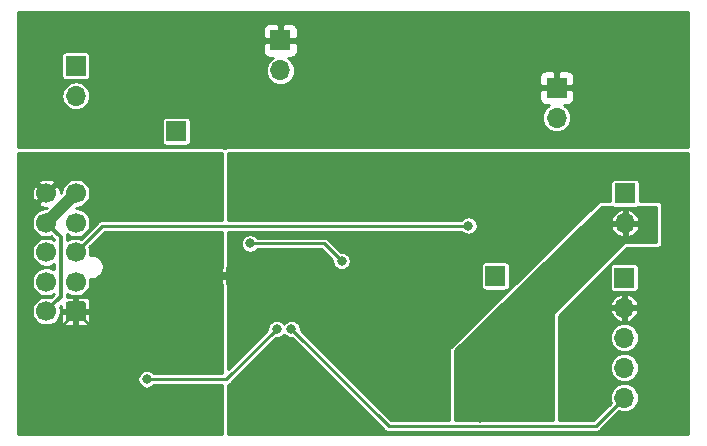
<source format=gbr>
G04 #@! TF.GenerationSoftware,KiCad,Pcbnew,5.1.0-unknown-03bce55~82~ubuntu18.04.1*
G04 #@! TF.CreationDate,2019-04-16T12:19:05-06:00*
G04 #@! TF.ProjectId,batteryMonitor,62617474-6572-4794-9d6f-6e69746f722e,rev?*
G04 #@! TF.SameCoordinates,Original*
G04 #@! TF.FileFunction,Copper,L2,Bot*
G04 #@! TF.FilePolarity,Positive*
%FSLAX46Y46*%
G04 Gerber Fmt 4.6, Leading zero omitted, Abs format (unit mm)*
G04 Created by KiCad (PCBNEW 5.1.0-unknown-03bce55~82~ubuntu18.04.1) date 2019-04-16 12:19:05*
%MOMM*%
%LPD*%
G04 APERTURE LIST*
%ADD10C,0.100000*%
%ADD11R,1.000000X1.500000*%
%ADD12R,1.700000X1.700000*%
%ADD13C,1.700000*%
%ADD14C,0.500000*%
%ADD15O,1.700000X1.700000*%
%ADD16C,0.800000*%
%ADD17C,1.000000*%
%ADD18C,0.250000*%
%ADD19C,0.350000*%
%ADD20C,0.254000*%
G04 APERTURE END LIST*
D10*
G36*
X107850000Y-81300000D02*
G01*
X108350000Y-81300000D01*
X108350000Y-80700000D01*
X107850000Y-80700000D01*
X107850000Y-81300000D01*
G37*
D11*
X108750000Y-81000000D03*
X107450000Y-81000000D03*
D12*
X104000000Y-68750000D03*
D13*
X93001920Y-73985800D03*
X93001920Y-76485800D03*
X93001920Y-78985800D03*
X93001920Y-81485800D03*
X93001920Y-83985800D03*
X95501920Y-73985800D03*
X95501920Y-76485800D03*
X95501920Y-78985800D03*
X95501920Y-81485800D03*
D10*
G36*
X96126424Y-83137004D02*
G01*
X96150693Y-83140604D01*
X96174491Y-83146565D01*
X96197591Y-83154830D01*
X96219769Y-83165320D01*
X96240813Y-83177933D01*
X96260518Y-83192547D01*
X96278697Y-83209023D01*
X96295173Y-83227202D01*
X96309787Y-83246907D01*
X96322400Y-83267951D01*
X96332890Y-83290129D01*
X96341155Y-83313229D01*
X96347116Y-83337027D01*
X96350716Y-83361296D01*
X96351920Y-83385800D01*
X96351920Y-84585800D01*
X96350716Y-84610304D01*
X96347116Y-84634573D01*
X96341155Y-84658371D01*
X96332890Y-84681471D01*
X96322400Y-84703649D01*
X96309787Y-84724693D01*
X96295173Y-84744398D01*
X96278697Y-84762577D01*
X96260518Y-84779053D01*
X96240813Y-84793667D01*
X96219769Y-84806280D01*
X96197591Y-84816770D01*
X96174491Y-84825035D01*
X96150693Y-84830996D01*
X96126424Y-84834596D01*
X96101920Y-84835800D01*
X94901920Y-84835800D01*
X94877416Y-84834596D01*
X94853147Y-84830996D01*
X94829349Y-84825035D01*
X94806249Y-84816770D01*
X94784071Y-84806280D01*
X94763027Y-84793667D01*
X94743322Y-84779053D01*
X94725143Y-84762577D01*
X94708667Y-84744398D01*
X94694053Y-84724693D01*
X94681440Y-84703649D01*
X94670950Y-84681471D01*
X94662685Y-84658371D01*
X94656724Y-84634573D01*
X94653124Y-84610304D01*
X94651920Y-84585800D01*
X94651920Y-83385800D01*
X94653124Y-83361296D01*
X94656724Y-83337027D01*
X94662685Y-83313229D01*
X94670950Y-83290129D01*
X94681440Y-83267951D01*
X94694053Y-83246907D01*
X94708667Y-83227202D01*
X94725143Y-83209023D01*
X94743322Y-83192547D01*
X94763027Y-83177933D01*
X94784071Y-83165320D01*
X94806249Y-83154830D01*
X94829349Y-83146565D01*
X94853147Y-83140604D01*
X94877416Y-83137004D01*
X94901920Y-83135800D01*
X96101920Y-83135800D01*
X96126424Y-83137004D01*
X96126424Y-83137004D01*
G37*
D13*
X95501920Y-83985800D03*
D10*
G36*
X103712252Y-63220602D02*
G01*
X103724386Y-63222402D01*
X103736286Y-63225382D01*
X103747835Y-63229515D01*
X103758925Y-63234760D01*
X103769446Y-63241066D01*
X103779299Y-63248374D01*
X103788388Y-63256612D01*
X103796626Y-63265701D01*
X103803934Y-63275554D01*
X103810240Y-63286075D01*
X103815485Y-63297165D01*
X103819618Y-63308714D01*
X103822598Y-63320614D01*
X103824398Y-63332748D01*
X103825000Y-63345000D01*
X103825000Y-65655000D01*
X103824398Y-65667252D01*
X103822598Y-65679386D01*
X103819618Y-65691286D01*
X103815485Y-65702835D01*
X103810240Y-65713925D01*
X103803934Y-65724446D01*
X103796626Y-65734299D01*
X103788388Y-65743388D01*
X103779299Y-65751626D01*
X103769446Y-65758934D01*
X103758925Y-65765240D01*
X103747835Y-65770485D01*
X103736286Y-65774618D01*
X103724386Y-65777598D01*
X103712252Y-65779398D01*
X103700000Y-65780000D01*
X103450000Y-65780000D01*
X103437748Y-65779398D01*
X103425614Y-65777598D01*
X103413714Y-65774618D01*
X103402165Y-65770485D01*
X103391075Y-65765240D01*
X103380554Y-65758934D01*
X103370701Y-65751626D01*
X103361612Y-65743388D01*
X103353374Y-65734299D01*
X103346066Y-65724446D01*
X103339760Y-65713925D01*
X103334515Y-65702835D01*
X103330382Y-65691286D01*
X103327402Y-65679386D01*
X103325602Y-65667252D01*
X103325000Y-65655000D01*
X103325000Y-63345000D01*
X103325602Y-63332748D01*
X103327402Y-63320614D01*
X103330382Y-63308714D01*
X103334515Y-63297165D01*
X103339760Y-63286075D01*
X103346066Y-63275554D01*
X103353374Y-63265701D01*
X103361612Y-63256612D01*
X103370701Y-63248374D01*
X103380554Y-63241066D01*
X103391075Y-63234760D01*
X103402165Y-63229515D01*
X103413714Y-63225382D01*
X103425614Y-63222402D01*
X103437748Y-63220602D01*
X103450000Y-63220000D01*
X103700000Y-63220000D01*
X103712252Y-63220602D01*
X103712252Y-63220602D01*
G37*
D14*
X103575000Y-64500000D03*
X103575000Y-65530000D03*
X103575000Y-64500000D03*
X103575000Y-63470000D03*
D15*
X136200000Y-67600000D03*
D12*
X136200000Y-65060000D03*
D15*
X112800000Y-63600000D03*
D12*
X112800000Y-61060000D03*
D15*
X95500000Y-65750000D03*
D12*
X95500000Y-63210000D03*
X131000000Y-81000000D03*
X142000000Y-74000000D03*
D15*
X142000000Y-76540000D03*
D12*
X141931080Y-81141880D03*
D15*
X141931080Y-83681880D03*
X141931080Y-86221880D03*
X141931080Y-88761880D03*
X141931080Y-91301880D03*
D16*
X106500000Y-87500000D03*
X103000000Y-87500000D03*
X110250000Y-78250000D03*
X118000000Y-79750000D03*
X118000000Y-83250000D03*
X121750000Y-82750000D03*
X128000000Y-81224961D03*
X113750000Y-85500000D03*
X129750000Y-93000000D03*
X130360000Y-92110000D03*
X129090000Y-92340000D03*
X128737347Y-76737347D03*
X118500000Y-67000000D03*
X117500000Y-67000000D03*
X117500000Y-66000000D03*
X118500000Y-66000000D03*
X118000000Y-65250000D03*
X101500000Y-89750000D03*
X112500000Y-85500000D03*
D17*
X106500000Y-87500000D02*
X103000000Y-87500000D01*
X103000000Y-87500000D02*
X99016120Y-87500000D01*
X92257919Y-85535801D02*
X93951919Y-85535801D01*
X91451919Y-84729801D02*
X92257919Y-85535801D01*
X91451919Y-75535801D02*
X91451919Y-84729801D01*
D18*
X107450000Y-86550000D02*
X107450000Y-81000000D01*
X106500000Y-87500000D02*
X107450000Y-86550000D01*
X93001920Y-73985800D02*
X91451919Y-75535801D01*
X95501920Y-83985800D02*
X93951919Y-85535801D01*
X95501920Y-83985800D02*
X99016120Y-87500000D01*
X110250000Y-78250000D02*
X116500000Y-78250000D01*
X116500000Y-78250000D02*
X118000000Y-79750000D01*
X121250000Y-83250000D02*
X121750000Y-82750000D01*
X118000000Y-83250000D02*
X121250000Y-83250000D01*
X123275039Y-81224961D02*
X121750000Y-82750000D01*
X128000000Y-81224961D02*
X123275039Y-81224961D01*
X115750000Y-81000000D02*
X108750000Y-81000000D01*
X118000000Y-83250000D02*
X115750000Y-81000000D01*
X113750000Y-85500000D02*
X121975001Y-93725001D01*
X139507959Y-93725001D02*
X141931080Y-91301880D01*
X121975001Y-93725001D02*
X139507959Y-93725001D01*
D17*
X129750000Y-92500000D02*
X129750000Y-88790000D01*
D18*
X129750000Y-93000000D02*
X129750000Y-92500000D01*
X139270000Y-78067919D02*
X139270000Y-79270000D01*
X140797919Y-76540000D02*
X139270000Y-78067919D01*
X142000000Y-76540000D02*
X140797919Y-76540000D01*
D17*
X129750000Y-88790000D02*
X139270000Y-79270000D01*
D19*
X94226921Y-82760799D02*
X93851919Y-83135801D01*
X93851919Y-83135801D02*
X93001920Y-83985800D01*
X94226921Y-77710801D02*
X94226921Y-82760799D01*
X93001920Y-76485800D02*
X94226921Y-77710801D01*
D17*
X95501920Y-73985800D02*
X93001920Y-76485800D01*
D18*
X97750373Y-76737347D02*
X95501920Y-78985800D01*
X128737347Y-76737347D02*
X97750373Y-76737347D01*
X136200000Y-65060000D02*
X119810000Y-65060000D01*
X119440000Y-65060000D02*
X119810000Y-65060000D01*
X117500000Y-66000000D02*
X118500000Y-66000000D01*
X117500000Y-67000000D02*
X118500000Y-66000000D01*
X118500000Y-66000000D02*
X119440000Y-65060000D01*
X101500000Y-89750000D02*
X108250000Y-89750000D01*
X108250000Y-89750000D02*
X112500000Y-85500000D01*
D20*
G36*
X107873000Y-76231347D02*
G01*
X97775227Y-76231347D01*
X97750373Y-76228899D01*
X97725519Y-76231347D01*
X97651180Y-76238669D01*
X97555798Y-76267602D01*
X97467894Y-76314588D01*
X97390846Y-76377820D01*
X97375001Y-76397127D01*
X95938087Y-77834042D01*
X95860989Y-77802107D01*
X95623163Y-77754800D01*
X95380677Y-77754800D01*
X95142851Y-77802107D01*
X94918823Y-77894902D01*
X94782921Y-77985709D01*
X94782921Y-77738105D01*
X94785610Y-77710800D01*
X94782921Y-77683496D01*
X94782921Y-77683489D01*
X94774876Y-77601806D01*
X94743083Y-77497000D01*
X94709623Y-77434400D01*
X94717203Y-77441980D01*
X94918823Y-77576698D01*
X95142851Y-77669493D01*
X95380677Y-77716800D01*
X95623163Y-77716800D01*
X95860989Y-77669493D01*
X96085017Y-77576698D01*
X96286637Y-77441980D01*
X96458100Y-77270517D01*
X96592818Y-77068897D01*
X96685613Y-76844869D01*
X96732920Y-76607043D01*
X96732920Y-76364557D01*
X96685613Y-76126731D01*
X96592818Y-75902703D01*
X96458100Y-75701083D01*
X96286637Y-75529620D01*
X96085017Y-75394902D01*
X95860989Y-75302107D01*
X95623163Y-75254800D01*
X95478842Y-75254800D01*
X95516842Y-75216800D01*
X95623163Y-75216800D01*
X95860989Y-75169493D01*
X96085017Y-75076698D01*
X96286637Y-74941980D01*
X96458100Y-74770517D01*
X96592818Y-74568897D01*
X96685613Y-74344869D01*
X96732920Y-74107043D01*
X96732920Y-73864557D01*
X96685613Y-73626731D01*
X96592818Y-73402703D01*
X96458100Y-73201083D01*
X96286637Y-73029620D01*
X96085017Y-72894902D01*
X95860989Y-72802107D01*
X95623163Y-72754800D01*
X95380677Y-72754800D01*
X95142851Y-72802107D01*
X94918823Y-72894902D01*
X94717203Y-73029620D01*
X94545740Y-73201083D01*
X94411022Y-73402703D01*
X94318227Y-73626731D01*
X94270920Y-73864557D01*
X94270920Y-73970878D01*
X94232855Y-74008943D01*
X94236376Y-73907204D01*
X94197322Y-73667883D01*
X94112331Y-73440780D01*
X94071998Y-73365323D01*
X93894020Y-73273305D01*
X93181525Y-73985800D01*
X93195668Y-73999943D01*
X93016063Y-74179548D01*
X93001920Y-74165405D01*
X92289425Y-74877900D01*
X92381443Y-75055878D01*
X92602127Y-75156366D01*
X92838175Y-75211869D01*
X93023515Y-75218283D01*
X92986999Y-75254800D01*
X92880677Y-75254800D01*
X92642851Y-75302107D01*
X92418823Y-75394902D01*
X92217203Y-75529620D01*
X92045740Y-75701083D01*
X91911022Y-75902703D01*
X91818227Y-76126731D01*
X91770920Y-76364557D01*
X91770920Y-76607043D01*
X91818227Y-76844869D01*
X91911022Y-77068897D01*
X92045740Y-77270517D01*
X92217203Y-77441980D01*
X92418823Y-77576698D01*
X92642851Y-77669493D01*
X92880677Y-77716800D01*
X93123163Y-77716800D01*
X93360989Y-77669493D01*
X93388087Y-77658269D01*
X93670921Y-77941103D01*
X93670921Y-77952301D01*
X93585017Y-77894902D01*
X93360989Y-77802107D01*
X93123163Y-77754800D01*
X92880677Y-77754800D01*
X92642851Y-77802107D01*
X92418823Y-77894902D01*
X92217203Y-78029620D01*
X92045740Y-78201083D01*
X91911022Y-78402703D01*
X91818227Y-78626731D01*
X91770920Y-78864557D01*
X91770920Y-79107043D01*
X91818227Y-79344869D01*
X91911022Y-79568897D01*
X92045740Y-79770517D01*
X92217203Y-79941980D01*
X92418823Y-80076698D01*
X92642851Y-80169493D01*
X92880677Y-80216800D01*
X93123163Y-80216800D01*
X93360989Y-80169493D01*
X93585017Y-80076698D01*
X93670921Y-80019299D01*
X93670922Y-80452302D01*
X93585017Y-80394902D01*
X93360989Y-80302107D01*
X93123163Y-80254800D01*
X92880677Y-80254800D01*
X92642851Y-80302107D01*
X92418823Y-80394902D01*
X92217203Y-80529620D01*
X92045740Y-80701083D01*
X91911022Y-80902703D01*
X91818227Y-81126731D01*
X91770920Y-81364557D01*
X91770920Y-81607043D01*
X91818227Y-81844869D01*
X91911022Y-82068897D01*
X92045740Y-82270517D01*
X92217203Y-82441980D01*
X92418823Y-82576698D01*
X92642851Y-82669493D01*
X92880677Y-82716800D01*
X93123163Y-82716800D01*
X93360989Y-82669493D01*
X93585017Y-82576698D01*
X93670922Y-82519298D01*
X93670922Y-82530496D01*
X93478085Y-82723334D01*
X93478080Y-82723338D01*
X93388087Y-82813331D01*
X93360989Y-82802107D01*
X93123163Y-82754800D01*
X92880677Y-82754800D01*
X92642851Y-82802107D01*
X92418823Y-82894902D01*
X92217203Y-83029620D01*
X92045740Y-83201083D01*
X91911022Y-83402703D01*
X91818227Y-83626731D01*
X91770920Y-83864557D01*
X91770920Y-84107043D01*
X91818227Y-84344869D01*
X91911022Y-84568897D01*
X92045740Y-84770517D01*
X92217203Y-84941980D01*
X92418823Y-85076698D01*
X92642851Y-85169493D01*
X92880677Y-85216800D01*
X93123163Y-85216800D01*
X93360989Y-85169493D01*
X93585017Y-85076698D01*
X93786637Y-84941980D01*
X93892817Y-84835800D01*
X94269077Y-84835800D01*
X94276433Y-84910489D01*
X94298219Y-84982308D01*
X94333598Y-85048496D01*
X94381209Y-85106511D01*
X94439224Y-85154122D01*
X94505412Y-85189501D01*
X94577231Y-85211287D01*
X94651920Y-85218643D01*
X95279670Y-85216800D01*
X95374920Y-85121550D01*
X95374920Y-84112800D01*
X95628920Y-84112800D01*
X95628920Y-85121550D01*
X95724170Y-85216800D01*
X96351920Y-85218643D01*
X96426609Y-85211287D01*
X96498428Y-85189501D01*
X96564616Y-85154122D01*
X96622631Y-85106511D01*
X96670242Y-85048496D01*
X96705621Y-84982308D01*
X96727407Y-84910489D01*
X96734763Y-84835800D01*
X96732920Y-84208050D01*
X96637670Y-84112800D01*
X95628920Y-84112800D01*
X95374920Y-84112800D01*
X94366170Y-84112800D01*
X94270920Y-84208050D01*
X94269077Y-84835800D01*
X93892817Y-84835800D01*
X93958100Y-84770517D01*
X94092818Y-84568897D01*
X94185613Y-84344869D01*
X94232920Y-84107043D01*
X94232920Y-83864557D01*
X94185613Y-83626731D01*
X94174389Y-83599633D01*
X94264382Y-83509640D01*
X94264386Y-83509635D01*
X94270158Y-83503864D01*
X94270920Y-83763550D01*
X94366170Y-83858800D01*
X95374920Y-83858800D01*
X95374920Y-82850050D01*
X95628920Y-82850050D01*
X95628920Y-83858800D01*
X96637670Y-83858800D01*
X96732920Y-83763550D01*
X96734763Y-83135800D01*
X96727407Y-83061111D01*
X96705621Y-82989292D01*
X96670242Y-82923104D01*
X96622631Y-82865089D01*
X96564616Y-82817478D01*
X96498428Y-82782099D01*
X96426609Y-82760313D01*
X96351920Y-82752957D01*
X95724170Y-82754800D01*
X95628920Y-82850050D01*
X95374920Y-82850050D01*
X95279670Y-82754800D01*
X94784876Y-82753347D01*
X94782921Y-82733495D01*
X94782921Y-82485891D01*
X94918823Y-82576698D01*
X95142851Y-82669493D01*
X95380677Y-82716800D01*
X95623163Y-82716800D01*
X95860989Y-82669493D01*
X96085017Y-82576698D01*
X96286637Y-82441980D01*
X96458100Y-82270517D01*
X96592818Y-82068897D01*
X96685613Y-81844869D01*
X96704483Y-81750000D01*
X106567157Y-81750000D01*
X106574513Y-81824689D01*
X106596299Y-81896508D01*
X106631678Y-81962696D01*
X106679289Y-82020711D01*
X106737304Y-82068322D01*
X106803492Y-82103701D01*
X106875311Y-82125487D01*
X106950000Y-82132843D01*
X107227750Y-82131000D01*
X107323000Y-82035750D01*
X107323000Y-81127000D01*
X106664250Y-81127000D01*
X106569000Y-81222250D01*
X106567157Y-81750000D01*
X96704483Y-81750000D01*
X96732920Y-81607043D01*
X96732920Y-81364557D01*
X96712367Y-81261229D01*
X96740375Y-81266800D01*
X96943465Y-81266800D01*
X97142652Y-81227180D01*
X97330282Y-81149461D01*
X97499144Y-81036630D01*
X97642750Y-80893024D01*
X97755581Y-80724162D01*
X97833300Y-80536532D01*
X97872920Y-80337345D01*
X97872920Y-80250000D01*
X106567157Y-80250000D01*
X106569000Y-80777750D01*
X106664250Y-80873000D01*
X107323000Y-80873000D01*
X107323000Y-79964250D01*
X107227750Y-79869000D01*
X106950000Y-79867157D01*
X106875311Y-79874513D01*
X106803492Y-79896299D01*
X106737304Y-79931678D01*
X106679289Y-79979289D01*
X106631678Y-80037304D01*
X106596299Y-80103492D01*
X106574513Y-80175311D01*
X106567157Y-80250000D01*
X97872920Y-80250000D01*
X97872920Y-80134255D01*
X97833300Y-79935068D01*
X97755581Y-79747438D01*
X97642750Y-79578576D01*
X97499144Y-79434970D01*
X97330282Y-79322139D01*
X97142652Y-79244420D01*
X96943465Y-79204800D01*
X96740375Y-79204800D01*
X96712367Y-79210371D01*
X96732920Y-79107043D01*
X96732920Y-78864557D01*
X96685613Y-78626731D01*
X96653678Y-78549633D01*
X97959965Y-77243347D01*
X107873000Y-77243347D01*
X107873000Y-79867668D01*
X107672250Y-79869000D01*
X107577000Y-79964250D01*
X107577000Y-80435135D01*
X107558689Y-80457269D01*
X107535632Y-80484748D01*
X107534988Y-80485919D01*
X107534137Y-80486948D01*
X107517106Y-80518446D01*
X107499809Y-80549908D01*
X107499404Y-80551184D01*
X107498770Y-80552357D01*
X107488171Y-80586598D01*
X107477326Y-80620786D01*
X107477177Y-80622112D01*
X107476782Y-80623389D01*
X107473032Y-80659064D01*
X107469037Y-80694680D01*
X107469019Y-80697243D01*
X107469009Y-80697340D01*
X107469018Y-80697437D01*
X107469000Y-80700000D01*
X107469000Y-81300000D01*
X107472501Y-81335704D01*
X107475749Y-81371392D01*
X107476125Y-81372671D01*
X107476256Y-81374003D01*
X107486631Y-81408368D01*
X107496743Y-81442725D01*
X107497362Y-81443908D01*
X107497748Y-81445188D01*
X107514583Y-81476850D01*
X107531193Y-81508622D01*
X107532030Y-81509663D01*
X107532657Y-81510842D01*
X107555300Y-81538605D01*
X107577000Y-81565594D01*
X107577000Y-82035750D01*
X107672250Y-82131000D01*
X107873000Y-82132332D01*
X107873000Y-89244000D01*
X102098501Y-89244000D01*
X101997859Y-89143358D01*
X101869942Y-89057887D01*
X101727809Y-88999013D01*
X101576922Y-88969000D01*
X101423078Y-88969000D01*
X101272191Y-88999013D01*
X101130058Y-89057887D01*
X101002141Y-89143358D01*
X100893358Y-89252141D01*
X100807887Y-89380058D01*
X100749013Y-89522191D01*
X100719000Y-89673078D01*
X100719000Y-89826922D01*
X100749013Y-89977809D01*
X100807887Y-90119942D01*
X100893358Y-90247859D01*
X101002141Y-90356642D01*
X101130058Y-90442113D01*
X101272191Y-90500987D01*
X101423078Y-90531000D01*
X101576922Y-90531000D01*
X101727809Y-90500987D01*
X101869942Y-90442113D01*
X101997859Y-90356642D01*
X102098501Y-90256000D01*
X107873000Y-90256000D01*
X107873000Y-94369000D01*
X90631000Y-94369000D01*
X90631000Y-74064396D01*
X91767464Y-74064396D01*
X91806518Y-74303717D01*
X91891509Y-74530820D01*
X91931842Y-74606277D01*
X92109820Y-74698295D01*
X92822315Y-73985800D01*
X92109820Y-73273305D01*
X91931842Y-73365323D01*
X91831354Y-73586007D01*
X91775851Y-73822055D01*
X91767464Y-74064396D01*
X90631000Y-74064396D01*
X90631000Y-73093700D01*
X92289425Y-73093700D01*
X93001920Y-73806195D01*
X93714415Y-73093700D01*
X93622397Y-72915722D01*
X93401713Y-72815234D01*
X93165665Y-72759731D01*
X92923324Y-72751344D01*
X92684003Y-72790398D01*
X92456900Y-72875389D01*
X92381443Y-72915722D01*
X92289425Y-73093700D01*
X90631000Y-73093700D01*
X90631000Y-70627000D01*
X107873000Y-70627000D01*
X107873000Y-76231347D01*
X107873000Y-76231347D01*
G37*
X107873000Y-76231347D02*
X97775227Y-76231347D01*
X97750373Y-76228899D01*
X97725519Y-76231347D01*
X97651180Y-76238669D01*
X97555798Y-76267602D01*
X97467894Y-76314588D01*
X97390846Y-76377820D01*
X97375001Y-76397127D01*
X95938087Y-77834042D01*
X95860989Y-77802107D01*
X95623163Y-77754800D01*
X95380677Y-77754800D01*
X95142851Y-77802107D01*
X94918823Y-77894902D01*
X94782921Y-77985709D01*
X94782921Y-77738105D01*
X94785610Y-77710800D01*
X94782921Y-77683496D01*
X94782921Y-77683489D01*
X94774876Y-77601806D01*
X94743083Y-77497000D01*
X94709623Y-77434400D01*
X94717203Y-77441980D01*
X94918823Y-77576698D01*
X95142851Y-77669493D01*
X95380677Y-77716800D01*
X95623163Y-77716800D01*
X95860989Y-77669493D01*
X96085017Y-77576698D01*
X96286637Y-77441980D01*
X96458100Y-77270517D01*
X96592818Y-77068897D01*
X96685613Y-76844869D01*
X96732920Y-76607043D01*
X96732920Y-76364557D01*
X96685613Y-76126731D01*
X96592818Y-75902703D01*
X96458100Y-75701083D01*
X96286637Y-75529620D01*
X96085017Y-75394902D01*
X95860989Y-75302107D01*
X95623163Y-75254800D01*
X95478842Y-75254800D01*
X95516842Y-75216800D01*
X95623163Y-75216800D01*
X95860989Y-75169493D01*
X96085017Y-75076698D01*
X96286637Y-74941980D01*
X96458100Y-74770517D01*
X96592818Y-74568897D01*
X96685613Y-74344869D01*
X96732920Y-74107043D01*
X96732920Y-73864557D01*
X96685613Y-73626731D01*
X96592818Y-73402703D01*
X96458100Y-73201083D01*
X96286637Y-73029620D01*
X96085017Y-72894902D01*
X95860989Y-72802107D01*
X95623163Y-72754800D01*
X95380677Y-72754800D01*
X95142851Y-72802107D01*
X94918823Y-72894902D01*
X94717203Y-73029620D01*
X94545740Y-73201083D01*
X94411022Y-73402703D01*
X94318227Y-73626731D01*
X94270920Y-73864557D01*
X94270920Y-73970878D01*
X94232855Y-74008943D01*
X94236376Y-73907204D01*
X94197322Y-73667883D01*
X94112331Y-73440780D01*
X94071998Y-73365323D01*
X93894020Y-73273305D01*
X93181525Y-73985800D01*
X93195668Y-73999943D01*
X93016063Y-74179548D01*
X93001920Y-74165405D01*
X92289425Y-74877900D01*
X92381443Y-75055878D01*
X92602127Y-75156366D01*
X92838175Y-75211869D01*
X93023515Y-75218283D01*
X92986999Y-75254800D01*
X92880677Y-75254800D01*
X92642851Y-75302107D01*
X92418823Y-75394902D01*
X92217203Y-75529620D01*
X92045740Y-75701083D01*
X91911022Y-75902703D01*
X91818227Y-76126731D01*
X91770920Y-76364557D01*
X91770920Y-76607043D01*
X91818227Y-76844869D01*
X91911022Y-77068897D01*
X92045740Y-77270517D01*
X92217203Y-77441980D01*
X92418823Y-77576698D01*
X92642851Y-77669493D01*
X92880677Y-77716800D01*
X93123163Y-77716800D01*
X93360989Y-77669493D01*
X93388087Y-77658269D01*
X93670921Y-77941103D01*
X93670921Y-77952301D01*
X93585017Y-77894902D01*
X93360989Y-77802107D01*
X93123163Y-77754800D01*
X92880677Y-77754800D01*
X92642851Y-77802107D01*
X92418823Y-77894902D01*
X92217203Y-78029620D01*
X92045740Y-78201083D01*
X91911022Y-78402703D01*
X91818227Y-78626731D01*
X91770920Y-78864557D01*
X91770920Y-79107043D01*
X91818227Y-79344869D01*
X91911022Y-79568897D01*
X92045740Y-79770517D01*
X92217203Y-79941980D01*
X92418823Y-80076698D01*
X92642851Y-80169493D01*
X92880677Y-80216800D01*
X93123163Y-80216800D01*
X93360989Y-80169493D01*
X93585017Y-80076698D01*
X93670921Y-80019299D01*
X93670922Y-80452302D01*
X93585017Y-80394902D01*
X93360989Y-80302107D01*
X93123163Y-80254800D01*
X92880677Y-80254800D01*
X92642851Y-80302107D01*
X92418823Y-80394902D01*
X92217203Y-80529620D01*
X92045740Y-80701083D01*
X91911022Y-80902703D01*
X91818227Y-81126731D01*
X91770920Y-81364557D01*
X91770920Y-81607043D01*
X91818227Y-81844869D01*
X91911022Y-82068897D01*
X92045740Y-82270517D01*
X92217203Y-82441980D01*
X92418823Y-82576698D01*
X92642851Y-82669493D01*
X92880677Y-82716800D01*
X93123163Y-82716800D01*
X93360989Y-82669493D01*
X93585017Y-82576698D01*
X93670922Y-82519298D01*
X93670922Y-82530496D01*
X93478085Y-82723334D01*
X93478080Y-82723338D01*
X93388087Y-82813331D01*
X93360989Y-82802107D01*
X93123163Y-82754800D01*
X92880677Y-82754800D01*
X92642851Y-82802107D01*
X92418823Y-82894902D01*
X92217203Y-83029620D01*
X92045740Y-83201083D01*
X91911022Y-83402703D01*
X91818227Y-83626731D01*
X91770920Y-83864557D01*
X91770920Y-84107043D01*
X91818227Y-84344869D01*
X91911022Y-84568897D01*
X92045740Y-84770517D01*
X92217203Y-84941980D01*
X92418823Y-85076698D01*
X92642851Y-85169493D01*
X92880677Y-85216800D01*
X93123163Y-85216800D01*
X93360989Y-85169493D01*
X93585017Y-85076698D01*
X93786637Y-84941980D01*
X93892817Y-84835800D01*
X94269077Y-84835800D01*
X94276433Y-84910489D01*
X94298219Y-84982308D01*
X94333598Y-85048496D01*
X94381209Y-85106511D01*
X94439224Y-85154122D01*
X94505412Y-85189501D01*
X94577231Y-85211287D01*
X94651920Y-85218643D01*
X95279670Y-85216800D01*
X95374920Y-85121550D01*
X95374920Y-84112800D01*
X95628920Y-84112800D01*
X95628920Y-85121550D01*
X95724170Y-85216800D01*
X96351920Y-85218643D01*
X96426609Y-85211287D01*
X96498428Y-85189501D01*
X96564616Y-85154122D01*
X96622631Y-85106511D01*
X96670242Y-85048496D01*
X96705621Y-84982308D01*
X96727407Y-84910489D01*
X96734763Y-84835800D01*
X96732920Y-84208050D01*
X96637670Y-84112800D01*
X95628920Y-84112800D01*
X95374920Y-84112800D01*
X94366170Y-84112800D01*
X94270920Y-84208050D01*
X94269077Y-84835800D01*
X93892817Y-84835800D01*
X93958100Y-84770517D01*
X94092818Y-84568897D01*
X94185613Y-84344869D01*
X94232920Y-84107043D01*
X94232920Y-83864557D01*
X94185613Y-83626731D01*
X94174389Y-83599633D01*
X94264382Y-83509640D01*
X94264386Y-83509635D01*
X94270158Y-83503864D01*
X94270920Y-83763550D01*
X94366170Y-83858800D01*
X95374920Y-83858800D01*
X95374920Y-82850050D01*
X95628920Y-82850050D01*
X95628920Y-83858800D01*
X96637670Y-83858800D01*
X96732920Y-83763550D01*
X96734763Y-83135800D01*
X96727407Y-83061111D01*
X96705621Y-82989292D01*
X96670242Y-82923104D01*
X96622631Y-82865089D01*
X96564616Y-82817478D01*
X96498428Y-82782099D01*
X96426609Y-82760313D01*
X96351920Y-82752957D01*
X95724170Y-82754800D01*
X95628920Y-82850050D01*
X95374920Y-82850050D01*
X95279670Y-82754800D01*
X94784876Y-82753347D01*
X94782921Y-82733495D01*
X94782921Y-82485891D01*
X94918823Y-82576698D01*
X95142851Y-82669493D01*
X95380677Y-82716800D01*
X95623163Y-82716800D01*
X95860989Y-82669493D01*
X96085017Y-82576698D01*
X96286637Y-82441980D01*
X96458100Y-82270517D01*
X96592818Y-82068897D01*
X96685613Y-81844869D01*
X96704483Y-81750000D01*
X106567157Y-81750000D01*
X106574513Y-81824689D01*
X106596299Y-81896508D01*
X106631678Y-81962696D01*
X106679289Y-82020711D01*
X106737304Y-82068322D01*
X106803492Y-82103701D01*
X106875311Y-82125487D01*
X106950000Y-82132843D01*
X107227750Y-82131000D01*
X107323000Y-82035750D01*
X107323000Y-81127000D01*
X106664250Y-81127000D01*
X106569000Y-81222250D01*
X106567157Y-81750000D01*
X96704483Y-81750000D01*
X96732920Y-81607043D01*
X96732920Y-81364557D01*
X96712367Y-81261229D01*
X96740375Y-81266800D01*
X96943465Y-81266800D01*
X97142652Y-81227180D01*
X97330282Y-81149461D01*
X97499144Y-81036630D01*
X97642750Y-80893024D01*
X97755581Y-80724162D01*
X97833300Y-80536532D01*
X97872920Y-80337345D01*
X97872920Y-80250000D01*
X106567157Y-80250000D01*
X106569000Y-80777750D01*
X106664250Y-80873000D01*
X107323000Y-80873000D01*
X107323000Y-79964250D01*
X107227750Y-79869000D01*
X106950000Y-79867157D01*
X106875311Y-79874513D01*
X106803492Y-79896299D01*
X106737304Y-79931678D01*
X106679289Y-79979289D01*
X106631678Y-80037304D01*
X106596299Y-80103492D01*
X106574513Y-80175311D01*
X106567157Y-80250000D01*
X97872920Y-80250000D01*
X97872920Y-80134255D01*
X97833300Y-79935068D01*
X97755581Y-79747438D01*
X97642750Y-79578576D01*
X97499144Y-79434970D01*
X97330282Y-79322139D01*
X97142652Y-79244420D01*
X96943465Y-79204800D01*
X96740375Y-79204800D01*
X96712367Y-79210371D01*
X96732920Y-79107043D01*
X96732920Y-78864557D01*
X96685613Y-78626731D01*
X96653678Y-78549633D01*
X97959965Y-77243347D01*
X107873000Y-77243347D01*
X107873000Y-79867668D01*
X107672250Y-79869000D01*
X107577000Y-79964250D01*
X107577000Y-80435135D01*
X107558689Y-80457269D01*
X107535632Y-80484748D01*
X107534988Y-80485919D01*
X107534137Y-80486948D01*
X107517106Y-80518446D01*
X107499809Y-80549908D01*
X107499404Y-80551184D01*
X107498770Y-80552357D01*
X107488171Y-80586598D01*
X107477326Y-80620786D01*
X107477177Y-80622112D01*
X107476782Y-80623389D01*
X107473032Y-80659064D01*
X107469037Y-80694680D01*
X107469019Y-80697243D01*
X107469009Y-80697340D01*
X107469018Y-80697437D01*
X107469000Y-80700000D01*
X107469000Y-81300000D01*
X107472501Y-81335704D01*
X107475749Y-81371392D01*
X107476125Y-81372671D01*
X107476256Y-81374003D01*
X107486631Y-81408368D01*
X107496743Y-81442725D01*
X107497362Y-81443908D01*
X107497748Y-81445188D01*
X107514583Y-81476850D01*
X107531193Y-81508622D01*
X107532030Y-81509663D01*
X107532657Y-81510842D01*
X107555300Y-81538605D01*
X107577000Y-81565594D01*
X107577000Y-82035750D01*
X107672250Y-82131000D01*
X107873000Y-82132332D01*
X107873000Y-89244000D01*
X102098501Y-89244000D01*
X101997859Y-89143358D01*
X101869942Y-89057887D01*
X101727809Y-88999013D01*
X101576922Y-88969000D01*
X101423078Y-88969000D01*
X101272191Y-88999013D01*
X101130058Y-89057887D01*
X101002141Y-89143358D01*
X100893358Y-89252141D01*
X100807887Y-89380058D01*
X100749013Y-89522191D01*
X100719000Y-89673078D01*
X100719000Y-89826922D01*
X100749013Y-89977809D01*
X100807887Y-90119942D01*
X100893358Y-90247859D01*
X101002141Y-90356642D01*
X101130058Y-90442113D01*
X101272191Y-90500987D01*
X101423078Y-90531000D01*
X101576922Y-90531000D01*
X101727809Y-90500987D01*
X101869942Y-90442113D01*
X101997859Y-90356642D01*
X102098501Y-90256000D01*
X107873000Y-90256000D01*
X107873000Y-94369000D01*
X90631000Y-94369000D01*
X90631000Y-74064396D01*
X91767464Y-74064396D01*
X91806518Y-74303717D01*
X91891509Y-74530820D01*
X91931842Y-74606277D01*
X92109820Y-74698295D01*
X92822315Y-73985800D01*
X92109820Y-73273305D01*
X91931842Y-73365323D01*
X91831354Y-73586007D01*
X91775851Y-73822055D01*
X91767464Y-74064396D01*
X90631000Y-74064396D01*
X90631000Y-73093700D01*
X92289425Y-73093700D01*
X93001920Y-73806195D01*
X93714415Y-73093700D01*
X93622397Y-72915722D01*
X93401713Y-72815234D01*
X93165665Y-72759731D01*
X92923324Y-72751344D01*
X92684003Y-72790398D01*
X92456900Y-72875389D01*
X92381443Y-72915722D01*
X92289425Y-73093700D01*
X90631000Y-73093700D01*
X90631000Y-70627000D01*
X107873000Y-70627000D01*
X107873000Y-76231347D01*
G36*
X140937304Y-75168322D02*
G01*
X141003492Y-75203701D01*
X141075311Y-75225487D01*
X141150000Y-75232843D01*
X142850000Y-75232843D01*
X142924689Y-75225487D01*
X142996508Y-75203701D01*
X143062696Y-75168322D01*
X143113048Y-75127000D01*
X144623000Y-75127000D01*
X144623000Y-78123000D01*
X142000000Y-78123000D01*
X141975224Y-78125440D01*
X141951399Y-78132667D01*
X141929443Y-78144403D01*
X141910197Y-78160197D01*
X135910197Y-84160197D01*
X135894403Y-84179443D01*
X135882667Y-84201399D01*
X135875440Y-84225224D01*
X135873000Y-84250000D01*
X135873000Y-93219001D01*
X127627000Y-93219001D01*
X127627000Y-87303358D01*
X138286569Y-76856980D01*
X140810511Y-76856980D01*
X140834866Y-76937288D01*
X140934761Y-77156961D01*
X141075592Y-77352924D01*
X141251948Y-77517647D01*
X141457051Y-77644799D01*
X141683019Y-77729495D01*
X141873000Y-77669187D01*
X141873000Y-76667000D01*
X142127000Y-76667000D01*
X142127000Y-77669187D01*
X142316981Y-77729495D01*
X142542949Y-77644799D01*
X142748052Y-77517647D01*
X142924408Y-77352924D01*
X143065239Y-77156961D01*
X143165134Y-76937288D01*
X143189489Y-76856980D01*
X143128627Y-76667000D01*
X142127000Y-76667000D01*
X141873000Y-76667000D01*
X140871373Y-76667000D01*
X140810511Y-76856980D01*
X138286569Y-76856980D01*
X138933467Y-76223020D01*
X140810511Y-76223020D01*
X140871373Y-76413000D01*
X141873000Y-76413000D01*
X141873000Y-75410813D01*
X142127000Y-75410813D01*
X142127000Y-76413000D01*
X143128627Y-76413000D01*
X143189489Y-76223020D01*
X143165134Y-76142712D01*
X143065239Y-75923039D01*
X142924408Y-75727076D01*
X142748052Y-75562353D01*
X142542949Y-75435201D01*
X142316981Y-75350505D01*
X142127000Y-75410813D01*
X141873000Y-75410813D01*
X141683019Y-75350505D01*
X141457051Y-75435201D01*
X141251948Y-75562353D01*
X141075592Y-75727076D01*
X140934761Y-75923039D01*
X140834866Y-76142712D01*
X140810511Y-76223020D01*
X138933467Y-76223020D01*
X140051855Y-75127000D01*
X140886952Y-75127000D01*
X140937304Y-75168322D01*
X140937304Y-75168322D01*
G37*
X140937304Y-75168322D02*
X141003492Y-75203701D01*
X141075311Y-75225487D01*
X141150000Y-75232843D01*
X142850000Y-75232843D01*
X142924689Y-75225487D01*
X142996508Y-75203701D01*
X143062696Y-75168322D01*
X143113048Y-75127000D01*
X144623000Y-75127000D01*
X144623000Y-78123000D01*
X142000000Y-78123000D01*
X141975224Y-78125440D01*
X141951399Y-78132667D01*
X141929443Y-78144403D01*
X141910197Y-78160197D01*
X135910197Y-84160197D01*
X135894403Y-84179443D01*
X135882667Y-84201399D01*
X135875440Y-84225224D01*
X135873000Y-84250000D01*
X135873000Y-93219001D01*
X127627000Y-93219001D01*
X127627000Y-87303358D01*
X138286569Y-76856980D01*
X140810511Y-76856980D01*
X140834866Y-76937288D01*
X140934761Y-77156961D01*
X141075592Y-77352924D01*
X141251948Y-77517647D01*
X141457051Y-77644799D01*
X141683019Y-77729495D01*
X141873000Y-77669187D01*
X141873000Y-76667000D01*
X142127000Y-76667000D01*
X142127000Y-77669187D01*
X142316981Y-77729495D01*
X142542949Y-77644799D01*
X142748052Y-77517647D01*
X142924408Y-77352924D01*
X143065239Y-77156961D01*
X143165134Y-76937288D01*
X143189489Y-76856980D01*
X143128627Y-76667000D01*
X142127000Y-76667000D01*
X141873000Y-76667000D01*
X140871373Y-76667000D01*
X140810511Y-76856980D01*
X138286569Y-76856980D01*
X138933467Y-76223020D01*
X140810511Y-76223020D01*
X140871373Y-76413000D01*
X141873000Y-76413000D01*
X141873000Y-75410813D01*
X142127000Y-75410813D01*
X142127000Y-76413000D01*
X143128627Y-76413000D01*
X143189489Y-76223020D01*
X143165134Y-76142712D01*
X143065239Y-75923039D01*
X142924408Y-75727076D01*
X142748052Y-75562353D01*
X142542949Y-75435201D01*
X142316981Y-75350505D01*
X142127000Y-75410813D01*
X141873000Y-75410813D01*
X141683019Y-75350505D01*
X141457051Y-75435201D01*
X141251948Y-75562353D01*
X141075592Y-75727076D01*
X140934761Y-75923039D01*
X140834866Y-76142712D01*
X140810511Y-76223020D01*
X138933467Y-76223020D01*
X140051855Y-75127000D01*
X140886952Y-75127000D01*
X140937304Y-75168322D01*
G36*
X147369000Y-70119000D02*
G01*
X108250000Y-70119000D01*
X108175671Y-70126321D01*
X108125000Y-70141692D01*
X108074329Y-70126321D01*
X108000000Y-70119000D01*
X90631000Y-70119000D01*
X90631000Y-67900000D01*
X102767157Y-67900000D01*
X102767157Y-69600000D01*
X102774513Y-69674689D01*
X102796299Y-69746508D01*
X102831678Y-69812696D01*
X102879289Y-69870711D01*
X102937304Y-69918322D01*
X103003492Y-69953701D01*
X103075311Y-69975487D01*
X103150000Y-69982843D01*
X104850000Y-69982843D01*
X104924689Y-69975487D01*
X104996508Y-69953701D01*
X105062696Y-69918322D01*
X105120711Y-69870711D01*
X105168322Y-69812696D01*
X105203701Y-69746508D01*
X105225487Y-69674689D01*
X105232843Y-69600000D01*
X105232843Y-67900000D01*
X105225487Y-67825311D01*
X105203701Y-67753492D01*
X105168322Y-67687304D01*
X105120711Y-67629289D01*
X105062696Y-67581678D01*
X104996508Y-67546299D01*
X104924689Y-67524513D01*
X104850000Y-67517157D01*
X103150000Y-67517157D01*
X103075311Y-67524513D01*
X103003492Y-67546299D01*
X102937304Y-67581678D01*
X102879289Y-67629289D01*
X102831678Y-67687304D01*
X102796299Y-67753492D01*
X102774513Y-67825311D01*
X102767157Y-67900000D01*
X90631000Y-67900000D01*
X90631000Y-65750000D01*
X94263044Y-65750000D01*
X94286812Y-65991318D01*
X94357202Y-66223363D01*
X94471509Y-66437216D01*
X94625340Y-66624660D01*
X94812784Y-66778491D01*
X95026637Y-66892798D01*
X95258682Y-66963188D01*
X95439528Y-66981000D01*
X95560472Y-66981000D01*
X95741318Y-66963188D01*
X95973363Y-66892798D01*
X96187216Y-66778491D01*
X96374660Y-66624660D01*
X96528491Y-66437216D01*
X96642798Y-66223363D01*
X96713188Y-65991318D01*
X96736956Y-65750000D01*
X96713188Y-65508682D01*
X96642798Y-65276637D01*
X96528491Y-65062784D01*
X96374660Y-64875340D01*
X96187216Y-64721509D01*
X95973363Y-64607202D01*
X95741318Y-64536812D01*
X95560472Y-64519000D01*
X95439528Y-64519000D01*
X95258682Y-64536812D01*
X95026637Y-64607202D01*
X94812784Y-64721509D01*
X94625340Y-64875340D01*
X94471509Y-65062784D01*
X94357202Y-65276637D01*
X94286812Y-65508682D01*
X94263044Y-65750000D01*
X90631000Y-65750000D01*
X90631000Y-62360000D01*
X94267157Y-62360000D01*
X94267157Y-64060000D01*
X94274513Y-64134689D01*
X94296299Y-64206508D01*
X94331678Y-64272696D01*
X94379289Y-64330711D01*
X94437304Y-64378322D01*
X94503492Y-64413701D01*
X94575311Y-64435487D01*
X94650000Y-64442843D01*
X96350000Y-64442843D01*
X96424689Y-64435487D01*
X96496508Y-64413701D01*
X96562696Y-64378322D01*
X96620711Y-64330711D01*
X96668322Y-64272696D01*
X96703701Y-64206508D01*
X96725487Y-64134689D01*
X96732843Y-64060000D01*
X96732843Y-63226340D01*
X102686960Y-63226340D01*
X102690000Y-64214250D01*
X102722856Y-64247106D01*
X102689887Y-64413998D01*
X102690116Y-64588328D01*
X102723039Y-64752711D01*
X102690000Y-64785750D01*
X102686960Y-65773660D01*
X102697982Y-65898257D01*
X102733101Y-66018310D01*
X102790966Y-66129204D01*
X102869354Y-66226679D01*
X102965252Y-66306989D01*
X103074975Y-66367046D01*
X103194306Y-66404544D01*
X103293250Y-66415000D01*
X103325446Y-66382804D01*
X103488998Y-66415113D01*
X103663328Y-66414884D01*
X103824379Y-66382629D01*
X103856750Y-66415000D01*
X103955694Y-66404544D01*
X104075025Y-66367046D01*
X104184748Y-66306989D01*
X104280646Y-66226679D01*
X104359034Y-66129204D01*
X104416899Y-66018310D01*
X104448582Y-65910000D01*
X134711928Y-65910000D01*
X134724188Y-66034482D01*
X134760498Y-66154180D01*
X134819463Y-66264494D01*
X134898815Y-66361185D01*
X134995506Y-66440537D01*
X135105820Y-66499502D01*
X135225518Y-66535812D01*
X135350000Y-66548072D01*
X135558758Y-66546935D01*
X135512784Y-66571509D01*
X135325340Y-66725340D01*
X135171509Y-66912784D01*
X135057202Y-67126637D01*
X134986812Y-67358682D01*
X134963044Y-67600000D01*
X134986812Y-67841318D01*
X135057202Y-68073363D01*
X135171509Y-68287216D01*
X135325340Y-68474660D01*
X135512784Y-68628491D01*
X135726637Y-68742798D01*
X135958682Y-68813188D01*
X136139528Y-68831000D01*
X136260472Y-68831000D01*
X136441318Y-68813188D01*
X136673363Y-68742798D01*
X136887216Y-68628491D01*
X137074660Y-68474660D01*
X137228491Y-68287216D01*
X137342798Y-68073363D01*
X137413188Y-67841318D01*
X137436956Y-67600000D01*
X137413188Y-67358682D01*
X137342798Y-67126637D01*
X137228491Y-66912784D01*
X137074660Y-66725340D01*
X136887216Y-66571509D01*
X136841242Y-66546935D01*
X137050000Y-66548072D01*
X137174482Y-66535812D01*
X137294180Y-66499502D01*
X137404494Y-66440537D01*
X137501185Y-66361185D01*
X137580537Y-66264494D01*
X137639502Y-66154180D01*
X137675812Y-66034482D01*
X137688072Y-65910000D01*
X137685000Y-65345750D01*
X137526250Y-65187000D01*
X136327000Y-65187000D01*
X136327000Y-65207000D01*
X136073000Y-65207000D01*
X136073000Y-65187000D01*
X134873750Y-65187000D01*
X134715000Y-65345750D01*
X134711928Y-65910000D01*
X104448582Y-65910000D01*
X104452018Y-65898257D01*
X104463040Y-65773660D01*
X104460000Y-64785750D01*
X104427144Y-64752894D01*
X104460113Y-64586002D01*
X104459884Y-64411672D01*
X104426961Y-64247289D01*
X104460000Y-64214250D01*
X104463040Y-63226340D01*
X104452018Y-63101743D01*
X104416899Y-62981690D01*
X104359034Y-62870796D01*
X104280646Y-62773321D01*
X104184748Y-62693011D01*
X104075025Y-62632954D01*
X103955694Y-62595456D01*
X103856750Y-62585000D01*
X103824554Y-62617196D01*
X103661002Y-62584887D01*
X103486672Y-62585116D01*
X103325621Y-62617371D01*
X103293250Y-62585000D01*
X103194306Y-62595456D01*
X103074975Y-62632954D01*
X102965252Y-62693011D01*
X102869354Y-62773321D01*
X102790966Y-62870796D01*
X102733101Y-62981690D01*
X102697982Y-63101743D01*
X102686960Y-63226340D01*
X96732843Y-63226340D01*
X96732843Y-62360000D01*
X96725487Y-62285311D01*
X96703701Y-62213492D01*
X96668322Y-62147304D01*
X96620711Y-62089289D01*
X96562696Y-62041678D01*
X96496508Y-62006299D01*
X96424689Y-61984513D01*
X96350000Y-61977157D01*
X94650000Y-61977157D01*
X94575311Y-61984513D01*
X94503492Y-62006299D01*
X94437304Y-62041678D01*
X94379289Y-62089289D01*
X94331678Y-62147304D01*
X94296299Y-62213492D01*
X94274513Y-62285311D01*
X94267157Y-62360000D01*
X90631000Y-62360000D01*
X90631000Y-61910000D01*
X111311928Y-61910000D01*
X111324188Y-62034482D01*
X111360498Y-62154180D01*
X111419463Y-62264494D01*
X111498815Y-62361185D01*
X111595506Y-62440537D01*
X111705820Y-62499502D01*
X111825518Y-62535812D01*
X111950000Y-62548072D01*
X112158758Y-62546935D01*
X112112784Y-62571509D01*
X111925340Y-62725340D01*
X111771509Y-62912784D01*
X111657202Y-63126637D01*
X111586812Y-63358682D01*
X111563044Y-63600000D01*
X111586812Y-63841318D01*
X111657202Y-64073363D01*
X111771509Y-64287216D01*
X111925340Y-64474660D01*
X112112784Y-64628491D01*
X112326637Y-64742798D01*
X112558682Y-64813188D01*
X112739528Y-64831000D01*
X112860472Y-64831000D01*
X113041318Y-64813188D01*
X113273363Y-64742798D01*
X113487216Y-64628491D01*
X113674660Y-64474660D01*
X113828491Y-64287216D01*
X113869763Y-64210000D01*
X134711928Y-64210000D01*
X134715000Y-64774250D01*
X134873750Y-64933000D01*
X136073000Y-64933000D01*
X136073000Y-63733750D01*
X136327000Y-63733750D01*
X136327000Y-64933000D01*
X137526250Y-64933000D01*
X137685000Y-64774250D01*
X137688072Y-64210000D01*
X137675812Y-64085518D01*
X137639502Y-63965820D01*
X137580537Y-63855506D01*
X137501185Y-63758815D01*
X137404494Y-63679463D01*
X137294180Y-63620498D01*
X137174482Y-63584188D01*
X137050000Y-63571928D01*
X136485750Y-63575000D01*
X136327000Y-63733750D01*
X136073000Y-63733750D01*
X135914250Y-63575000D01*
X135350000Y-63571928D01*
X135225518Y-63584188D01*
X135105820Y-63620498D01*
X134995506Y-63679463D01*
X134898815Y-63758815D01*
X134819463Y-63855506D01*
X134760498Y-63965820D01*
X134724188Y-64085518D01*
X134711928Y-64210000D01*
X113869763Y-64210000D01*
X113942798Y-64073363D01*
X114013188Y-63841318D01*
X114036956Y-63600000D01*
X114013188Y-63358682D01*
X113942798Y-63126637D01*
X113828491Y-62912784D01*
X113674660Y-62725340D01*
X113487216Y-62571509D01*
X113441242Y-62546935D01*
X113650000Y-62548072D01*
X113774482Y-62535812D01*
X113894180Y-62499502D01*
X114004494Y-62440537D01*
X114101185Y-62361185D01*
X114180537Y-62264494D01*
X114239502Y-62154180D01*
X114275812Y-62034482D01*
X114288072Y-61910000D01*
X114285000Y-61345750D01*
X114126250Y-61187000D01*
X112927000Y-61187000D01*
X112927000Y-61207000D01*
X112673000Y-61207000D01*
X112673000Y-61187000D01*
X111473750Y-61187000D01*
X111315000Y-61345750D01*
X111311928Y-61910000D01*
X90631000Y-61910000D01*
X90631000Y-60210000D01*
X111311928Y-60210000D01*
X111315000Y-60774250D01*
X111473750Y-60933000D01*
X112673000Y-60933000D01*
X112673000Y-59733750D01*
X112927000Y-59733750D01*
X112927000Y-60933000D01*
X114126250Y-60933000D01*
X114285000Y-60774250D01*
X114288072Y-60210000D01*
X114275812Y-60085518D01*
X114239502Y-59965820D01*
X114180537Y-59855506D01*
X114101185Y-59758815D01*
X114004494Y-59679463D01*
X113894180Y-59620498D01*
X113774482Y-59584188D01*
X113650000Y-59571928D01*
X113085750Y-59575000D01*
X112927000Y-59733750D01*
X112673000Y-59733750D01*
X112514250Y-59575000D01*
X111950000Y-59571928D01*
X111825518Y-59584188D01*
X111705820Y-59620498D01*
X111595506Y-59679463D01*
X111498815Y-59758815D01*
X111419463Y-59855506D01*
X111360498Y-59965820D01*
X111324188Y-60085518D01*
X111311928Y-60210000D01*
X90631000Y-60210000D01*
X90631000Y-58631000D01*
X147369000Y-58631000D01*
X147369000Y-70119000D01*
X147369000Y-70119000D01*
G37*
X147369000Y-70119000D02*
X108250000Y-70119000D01*
X108175671Y-70126321D01*
X108125000Y-70141692D01*
X108074329Y-70126321D01*
X108000000Y-70119000D01*
X90631000Y-70119000D01*
X90631000Y-67900000D01*
X102767157Y-67900000D01*
X102767157Y-69600000D01*
X102774513Y-69674689D01*
X102796299Y-69746508D01*
X102831678Y-69812696D01*
X102879289Y-69870711D01*
X102937304Y-69918322D01*
X103003492Y-69953701D01*
X103075311Y-69975487D01*
X103150000Y-69982843D01*
X104850000Y-69982843D01*
X104924689Y-69975487D01*
X104996508Y-69953701D01*
X105062696Y-69918322D01*
X105120711Y-69870711D01*
X105168322Y-69812696D01*
X105203701Y-69746508D01*
X105225487Y-69674689D01*
X105232843Y-69600000D01*
X105232843Y-67900000D01*
X105225487Y-67825311D01*
X105203701Y-67753492D01*
X105168322Y-67687304D01*
X105120711Y-67629289D01*
X105062696Y-67581678D01*
X104996508Y-67546299D01*
X104924689Y-67524513D01*
X104850000Y-67517157D01*
X103150000Y-67517157D01*
X103075311Y-67524513D01*
X103003492Y-67546299D01*
X102937304Y-67581678D01*
X102879289Y-67629289D01*
X102831678Y-67687304D01*
X102796299Y-67753492D01*
X102774513Y-67825311D01*
X102767157Y-67900000D01*
X90631000Y-67900000D01*
X90631000Y-65750000D01*
X94263044Y-65750000D01*
X94286812Y-65991318D01*
X94357202Y-66223363D01*
X94471509Y-66437216D01*
X94625340Y-66624660D01*
X94812784Y-66778491D01*
X95026637Y-66892798D01*
X95258682Y-66963188D01*
X95439528Y-66981000D01*
X95560472Y-66981000D01*
X95741318Y-66963188D01*
X95973363Y-66892798D01*
X96187216Y-66778491D01*
X96374660Y-66624660D01*
X96528491Y-66437216D01*
X96642798Y-66223363D01*
X96713188Y-65991318D01*
X96736956Y-65750000D01*
X96713188Y-65508682D01*
X96642798Y-65276637D01*
X96528491Y-65062784D01*
X96374660Y-64875340D01*
X96187216Y-64721509D01*
X95973363Y-64607202D01*
X95741318Y-64536812D01*
X95560472Y-64519000D01*
X95439528Y-64519000D01*
X95258682Y-64536812D01*
X95026637Y-64607202D01*
X94812784Y-64721509D01*
X94625340Y-64875340D01*
X94471509Y-65062784D01*
X94357202Y-65276637D01*
X94286812Y-65508682D01*
X94263044Y-65750000D01*
X90631000Y-65750000D01*
X90631000Y-62360000D01*
X94267157Y-62360000D01*
X94267157Y-64060000D01*
X94274513Y-64134689D01*
X94296299Y-64206508D01*
X94331678Y-64272696D01*
X94379289Y-64330711D01*
X94437304Y-64378322D01*
X94503492Y-64413701D01*
X94575311Y-64435487D01*
X94650000Y-64442843D01*
X96350000Y-64442843D01*
X96424689Y-64435487D01*
X96496508Y-64413701D01*
X96562696Y-64378322D01*
X96620711Y-64330711D01*
X96668322Y-64272696D01*
X96703701Y-64206508D01*
X96725487Y-64134689D01*
X96732843Y-64060000D01*
X96732843Y-63226340D01*
X102686960Y-63226340D01*
X102690000Y-64214250D01*
X102722856Y-64247106D01*
X102689887Y-64413998D01*
X102690116Y-64588328D01*
X102723039Y-64752711D01*
X102690000Y-64785750D01*
X102686960Y-65773660D01*
X102697982Y-65898257D01*
X102733101Y-66018310D01*
X102790966Y-66129204D01*
X102869354Y-66226679D01*
X102965252Y-66306989D01*
X103074975Y-66367046D01*
X103194306Y-66404544D01*
X103293250Y-66415000D01*
X103325446Y-66382804D01*
X103488998Y-66415113D01*
X103663328Y-66414884D01*
X103824379Y-66382629D01*
X103856750Y-66415000D01*
X103955694Y-66404544D01*
X104075025Y-66367046D01*
X104184748Y-66306989D01*
X104280646Y-66226679D01*
X104359034Y-66129204D01*
X104416899Y-66018310D01*
X104448582Y-65910000D01*
X134711928Y-65910000D01*
X134724188Y-66034482D01*
X134760498Y-66154180D01*
X134819463Y-66264494D01*
X134898815Y-66361185D01*
X134995506Y-66440537D01*
X135105820Y-66499502D01*
X135225518Y-66535812D01*
X135350000Y-66548072D01*
X135558758Y-66546935D01*
X135512784Y-66571509D01*
X135325340Y-66725340D01*
X135171509Y-66912784D01*
X135057202Y-67126637D01*
X134986812Y-67358682D01*
X134963044Y-67600000D01*
X134986812Y-67841318D01*
X135057202Y-68073363D01*
X135171509Y-68287216D01*
X135325340Y-68474660D01*
X135512784Y-68628491D01*
X135726637Y-68742798D01*
X135958682Y-68813188D01*
X136139528Y-68831000D01*
X136260472Y-68831000D01*
X136441318Y-68813188D01*
X136673363Y-68742798D01*
X136887216Y-68628491D01*
X137074660Y-68474660D01*
X137228491Y-68287216D01*
X137342798Y-68073363D01*
X137413188Y-67841318D01*
X137436956Y-67600000D01*
X137413188Y-67358682D01*
X137342798Y-67126637D01*
X137228491Y-66912784D01*
X137074660Y-66725340D01*
X136887216Y-66571509D01*
X136841242Y-66546935D01*
X137050000Y-66548072D01*
X137174482Y-66535812D01*
X137294180Y-66499502D01*
X137404494Y-66440537D01*
X137501185Y-66361185D01*
X137580537Y-66264494D01*
X137639502Y-66154180D01*
X137675812Y-66034482D01*
X137688072Y-65910000D01*
X137685000Y-65345750D01*
X137526250Y-65187000D01*
X136327000Y-65187000D01*
X136327000Y-65207000D01*
X136073000Y-65207000D01*
X136073000Y-65187000D01*
X134873750Y-65187000D01*
X134715000Y-65345750D01*
X134711928Y-65910000D01*
X104448582Y-65910000D01*
X104452018Y-65898257D01*
X104463040Y-65773660D01*
X104460000Y-64785750D01*
X104427144Y-64752894D01*
X104460113Y-64586002D01*
X104459884Y-64411672D01*
X104426961Y-64247289D01*
X104460000Y-64214250D01*
X104463040Y-63226340D01*
X104452018Y-63101743D01*
X104416899Y-62981690D01*
X104359034Y-62870796D01*
X104280646Y-62773321D01*
X104184748Y-62693011D01*
X104075025Y-62632954D01*
X103955694Y-62595456D01*
X103856750Y-62585000D01*
X103824554Y-62617196D01*
X103661002Y-62584887D01*
X103486672Y-62585116D01*
X103325621Y-62617371D01*
X103293250Y-62585000D01*
X103194306Y-62595456D01*
X103074975Y-62632954D01*
X102965252Y-62693011D01*
X102869354Y-62773321D01*
X102790966Y-62870796D01*
X102733101Y-62981690D01*
X102697982Y-63101743D01*
X102686960Y-63226340D01*
X96732843Y-63226340D01*
X96732843Y-62360000D01*
X96725487Y-62285311D01*
X96703701Y-62213492D01*
X96668322Y-62147304D01*
X96620711Y-62089289D01*
X96562696Y-62041678D01*
X96496508Y-62006299D01*
X96424689Y-61984513D01*
X96350000Y-61977157D01*
X94650000Y-61977157D01*
X94575311Y-61984513D01*
X94503492Y-62006299D01*
X94437304Y-62041678D01*
X94379289Y-62089289D01*
X94331678Y-62147304D01*
X94296299Y-62213492D01*
X94274513Y-62285311D01*
X94267157Y-62360000D01*
X90631000Y-62360000D01*
X90631000Y-61910000D01*
X111311928Y-61910000D01*
X111324188Y-62034482D01*
X111360498Y-62154180D01*
X111419463Y-62264494D01*
X111498815Y-62361185D01*
X111595506Y-62440537D01*
X111705820Y-62499502D01*
X111825518Y-62535812D01*
X111950000Y-62548072D01*
X112158758Y-62546935D01*
X112112784Y-62571509D01*
X111925340Y-62725340D01*
X111771509Y-62912784D01*
X111657202Y-63126637D01*
X111586812Y-63358682D01*
X111563044Y-63600000D01*
X111586812Y-63841318D01*
X111657202Y-64073363D01*
X111771509Y-64287216D01*
X111925340Y-64474660D01*
X112112784Y-64628491D01*
X112326637Y-64742798D01*
X112558682Y-64813188D01*
X112739528Y-64831000D01*
X112860472Y-64831000D01*
X113041318Y-64813188D01*
X113273363Y-64742798D01*
X113487216Y-64628491D01*
X113674660Y-64474660D01*
X113828491Y-64287216D01*
X113869763Y-64210000D01*
X134711928Y-64210000D01*
X134715000Y-64774250D01*
X134873750Y-64933000D01*
X136073000Y-64933000D01*
X136073000Y-63733750D01*
X136327000Y-63733750D01*
X136327000Y-64933000D01*
X137526250Y-64933000D01*
X137685000Y-64774250D01*
X137688072Y-64210000D01*
X137675812Y-64085518D01*
X137639502Y-63965820D01*
X137580537Y-63855506D01*
X137501185Y-63758815D01*
X137404494Y-63679463D01*
X137294180Y-63620498D01*
X137174482Y-63584188D01*
X137050000Y-63571928D01*
X136485750Y-63575000D01*
X136327000Y-63733750D01*
X136073000Y-63733750D01*
X135914250Y-63575000D01*
X135350000Y-63571928D01*
X135225518Y-63584188D01*
X135105820Y-63620498D01*
X134995506Y-63679463D01*
X134898815Y-63758815D01*
X134819463Y-63855506D01*
X134760498Y-63965820D01*
X134724188Y-64085518D01*
X134711928Y-64210000D01*
X113869763Y-64210000D01*
X113942798Y-64073363D01*
X114013188Y-63841318D01*
X114036956Y-63600000D01*
X114013188Y-63358682D01*
X113942798Y-63126637D01*
X113828491Y-62912784D01*
X113674660Y-62725340D01*
X113487216Y-62571509D01*
X113441242Y-62546935D01*
X113650000Y-62548072D01*
X113774482Y-62535812D01*
X113894180Y-62499502D01*
X114004494Y-62440537D01*
X114101185Y-62361185D01*
X114180537Y-62264494D01*
X114239502Y-62154180D01*
X114275812Y-62034482D01*
X114288072Y-61910000D01*
X114285000Y-61345750D01*
X114126250Y-61187000D01*
X112927000Y-61187000D01*
X112927000Y-61207000D01*
X112673000Y-61207000D01*
X112673000Y-61187000D01*
X111473750Y-61187000D01*
X111315000Y-61345750D01*
X111311928Y-61910000D01*
X90631000Y-61910000D01*
X90631000Y-60210000D01*
X111311928Y-60210000D01*
X111315000Y-60774250D01*
X111473750Y-60933000D01*
X112673000Y-60933000D01*
X112673000Y-59733750D01*
X112927000Y-59733750D01*
X112927000Y-60933000D01*
X114126250Y-60933000D01*
X114285000Y-60774250D01*
X114288072Y-60210000D01*
X114275812Y-60085518D01*
X114239502Y-59965820D01*
X114180537Y-59855506D01*
X114101185Y-59758815D01*
X114004494Y-59679463D01*
X113894180Y-59620498D01*
X113774482Y-59584188D01*
X113650000Y-59571928D01*
X113085750Y-59575000D01*
X112927000Y-59733750D01*
X112673000Y-59733750D01*
X112514250Y-59575000D01*
X111950000Y-59571928D01*
X111825518Y-59584188D01*
X111705820Y-59620498D01*
X111595506Y-59679463D01*
X111498815Y-59758815D01*
X111419463Y-59855506D01*
X111360498Y-59965820D01*
X111324188Y-60085518D01*
X111311928Y-60210000D01*
X90631000Y-60210000D01*
X90631000Y-58631000D01*
X147369000Y-58631000D01*
X147369000Y-70119000D01*
G36*
X103698000Y-65445110D02*
G01*
X103698000Y-65614890D01*
X103591971Y-65720919D01*
X103575000Y-65703948D01*
X103558029Y-65720919D01*
X103452000Y-65614890D01*
X103452000Y-65445110D01*
X103512027Y-65385083D01*
X103637808Y-65384918D01*
X103698000Y-65445110D01*
X103698000Y-65445110D01*
G37*
X103698000Y-65445110D02*
X103698000Y-65614890D01*
X103591971Y-65720919D01*
X103575000Y-65703948D01*
X103558029Y-65720919D01*
X103452000Y-65614890D01*
X103452000Y-65445110D01*
X103512027Y-65385083D01*
X103637808Y-65384918D01*
X103698000Y-65445110D01*
G36*
X103765919Y-64483029D02*
G01*
X103748948Y-64500000D01*
X103765919Y-64516971D01*
X103637973Y-64644917D01*
X103512192Y-64645082D01*
X103384081Y-64516971D01*
X103401052Y-64500000D01*
X103384081Y-64483029D01*
X103512027Y-64355083D01*
X103637808Y-64354918D01*
X103765919Y-64483029D01*
X103765919Y-64483029D01*
G37*
X103765919Y-64483029D02*
X103748948Y-64500000D01*
X103765919Y-64516971D01*
X103637973Y-64644917D01*
X103512192Y-64645082D01*
X103384081Y-64516971D01*
X103401052Y-64500000D01*
X103384081Y-64483029D01*
X103512027Y-64355083D01*
X103637808Y-64354918D01*
X103765919Y-64483029D01*
G36*
X103698000Y-63385110D02*
G01*
X103698000Y-63554890D01*
X103637973Y-63614917D01*
X103512192Y-63615082D01*
X103452000Y-63554890D01*
X103452000Y-63385110D01*
X103558029Y-63279081D01*
X103575000Y-63296052D01*
X103591971Y-63279081D01*
X103698000Y-63385110D01*
X103698000Y-63385110D01*
G37*
X103698000Y-63385110D02*
X103698000Y-63554890D01*
X103637973Y-63614917D01*
X103512192Y-63615082D01*
X103452000Y-63554890D01*
X103452000Y-63385110D01*
X103558029Y-63279081D01*
X103575000Y-63296052D01*
X103591971Y-63279081D01*
X103698000Y-63385110D01*
G36*
X109373000Y-82123000D02*
G01*
X108377000Y-82123000D01*
X108377000Y-81678352D01*
X108385704Y-81677499D01*
X108421392Y-81674251D01*
X108422671Y-81673875D01*
X108424003Y-81673744D01*
X108458368Y-81663369D01*
X108492725Y-81653257D01*
X108493908Y-81652638D01*
X108495188Y-81652252D01*
X108526850Y-81635417D01*
X108558622Y-81618807D01*
X108559663Y-81617970D01*
X108560842Y-81617343D01*
X108588605Y-81594700D01*
X108616572Y-81572214D01*
X108617431Y-81571190D01*
X108618466Y-81570346D01*
X108641311Y-81542731D01*
X108664368Y-81515252D01*
X108665012Y-81514081D01*
X108665863Y-81513052D01*
X108682894Y-81481554D01*
X108700191Y-81450092D01*
X108700596Y-81448816D01*
X108701230Y-81447643D01*
X108711829Y-81413402D01*
X108722674Y-81379214D01*
X108722823Y-81377888D01*
X108723218Y-81376611D01*
X108726968Y-81340936D01*
X108730963Y-81305320D01*
X108730981Y-81302757D01*
X108730991Y-81302660D01*
X108730982Y-81302563D01*
X108731000Y-81300000D01*
X108731000Y-80700000D01*
X108727499Y-80664296D01*
X108724251Y-80628608D01*
X108723875Y-80627329D01*
X108723744Y-80625997D01*
X108713369Y-80591632D01*
X108703257Y-80557275D01*
X108702638Y-80556092D01*
X108702252Y-80554812D01*
X108685417Y-80523150D01*
X108668807Y-80491378D01*
X108667970Y-80490337D01*
X108667343Y-80489158D01*
X108644700Y-80461395D01*
X108622214Y-80433428D01*
X108621190Y-80432569D01*
X108620346Y-80431534D01*
X108592731Y-80408689D01*
X108565252Y-80385632D01*
X108564081Y-80384988D01*
X108563052Y-80384137D01*
X108531554Y-80367106D01*
X108500092Y-80349809D01*
X108498816Y-80349404D01*
X108497643Y-80348770D01*
X108463402Y-80338171D01*
X108429214Y-80327326D01*
X108427888Y-80327177D01*
X108426611Y-80326782D01*
X108390936Y-80323032D01*
X108377000Y-80321469D01*
X108377000Y-79877000D01*
X109373000Y-79877000D01*
X109373000Y-82123000D01*
X109373000Y-82123000D01*
G37*
X109373000Y-82123000D02*
X108377000Y-82123000D01*
X108377000Y-81678352D01*
X108385704Y-81677499D01*
X108421392Y-81674251D01*
X108422671Y-81673875D01*
X108424003Y-81673744D01*
X108458368Y-81663369D01*
X108492725Y-81653257D01*
X108493908Y-81652638D01*
X108495188Y-81652252D01*
X108526850Y-81635417D01*
X108558622Y-81618807D01*
X108559663Y-81617970D01*
X108560842Y-81617343D01*
X108588605Y-81594700D01*
X108616572Y-81572214D01*
X108617431Y-81571190D01*
X108618466Y-81570346D01*
X108641311Y-81542731D01*
X108664368Y-81515252D01*
X108665012Y-81514081D01*
X108665863Y-81513052D01*
X108682894Y-81481554D01*
X108700191Y-81450092D01*
X108700596Y-81448816D01*
X108701230Y-81447643D01*
X108711829Y-81413402D01*
X108722674Y-81379214D01*
X108722823Y-81377888D01*
X108723218Y-81376611D01*
X108726968Y-81340936D01*
X108730963Y-81305320D01*
X108730981Y-81302757D01*
X108730991Y-81302660D01*
X108730982Y-81302563D01*
X108731000Y-81300000D01*
X108731000Y-80700000D01*
X108727499Y-80664296D01*
X108724251Y-80628608D01*
X108723875Y-80627329D01*
X108723744Y-80625997D01*
X108713369Y-80591632D01*
X108703257Y-80557275D01*
X108702638Y-80556092D01*
X108702252Y-80554812D01*
X108685417Y-80523150D01*
X108668807Y-80491378D01*
X108667970Y-80490337D01*
X108667343Y-80489158D01*
X108644700Y-80461395D01*
X108622214Y-80433428D01*
X108621190Y-80432569D01*
X108620346Y-80431534D01*
X108592731Y-80408689D01*
X108565252Y-80385632D01*
X108564081Y-80384988D01*
X108563052Y-80384137D01*
X108531554Y-80367106D01*
X108500092Y-80349809D01*
X108498816Y-80349404D01*
X108497643Y-80348770D01*
X108463402Y-80338171D01*
X108429214Y-80327326D01*
X108427888Y-80327177D01*
X108426611Y-80326782D01*
X108390936Y-80323032D01*
X108377000Y-80321469D01*
X108377000Y-79877000D01*
X109373000Y-79877000D01*
X109373000Y-82123000D01*
G36*
X107873000Y-80190673D02*
G01*
X107867157Y-80250000D01*
X107867157Y-80319000D01*
X107850000Y-80319000D01*
X107814296Y-80322501D01*
X107778608Y-80325749D01*
X107777329Y-80326125D01*
X107775997Y-80326256D01*
X107741632Y-80336631D01*
X107707275Y-80346743D01*
X107706092Y-80347362D01*
X107704812Y-80347748D01*
X107673150Y-80364583D01*
X107641378Y-80381193D01*
X107640337Y-80382030D01*
X107639158Y-80382657D01*
X107611395Y-80405300D01*
X107583428Y-80427786D01*
X107582569Y-80428810D01*
X107581534Y-80429654D01*
X107558689Y-80457269D01*
X107535632Y-80484748D01*
X107534988Y-80485919D01*
X107534137Y-80486948D01*
X107517106Y-80518446D01*
X107499809Y-80549908D01*
X107499404Y-80551184D01*
X107498770Y-80552357D01*
X107488171Y-80586598D01*
X107477326Y-80620786D01*
X107477177Y-80622112D01*
X107476782Y-80623389D01*
X107473032Y-80659064D01*
X107469037Y-80694680D01*
X107469019Y-80697243D01*
X107469009Y-80697340D01*
X107469018Y-80697437D01*
X107469000Y-80700000D01*
X107469000Y-81300000D01*
X107472501Y-81335704D01*
X107475749Y-81371392D01*
X107476125Y-81372671D01*
X107476256Y-81374003D01*
X107486631Y-81408368D01*
X107496743Y-81442725D01*
X107497362Y-81443908D01*
X107497748Y-81445188D01*
X107514583Y-81476850D01*
X107531193Y-81508622D01*
X107532030Y-81509663D01*
X107532657Y-81510842D01*
X107555300Y-81538605D01*
X107577786Y-81566572D01*
X107578810Y-81567431D01*
X107579654Y-81568466D01*
X107607269Y-81591311D01*
X107634748Y-81614368D01*
X107635919Y-81615012D01*
X107636948Y-81615863D01*
X107668446Y-81632894D01*
X107699908Y-81650191D01*
X107701184Y-81650596D01*
X107702357Y-81651230D01*
X107736598Y-81661829D01*
X107770786Y-81672674D01*
X107772112Y-81672823D01*
X107773389Y-81673218D01*
X107809064Y-81676968D01*
X107844680Y-81680963D01*
X107847243Y-81680981D01*
X107847340Y-81680991D01*
X107847437Y-81680982D01*
X107850000Y-81681000D01*
X107867157Y-81681000D01*
X107867157Y-81750000D01*
X107873000Y-81809327D01*
X107873000Y-82123000D01*
X106627000Y-82123000D01*
X106627000Y-79877000D01*
X107873000Y-79877000D01*
X107873000Y-80190673D01*
X107873000Y-80190673D01*
G37*
X107873000Y-80190673D02*
X107867157Y-80250000D01*
X107867157Y-80319000D01*
X107850000Y-80319000D01*
X107814296Y-80322501D01*
X107778608Y-80325749D01*
X107777329Y-80326125D01*
X107775997Y-80326256D01*
X107741632Y-80336631D01*
X107707275Y-80346743D01*
X107706092Y-80347362D01*
X107704812Y-80347748D01*
X107673150Y-80364583D01*
X107641378Y-80381193D01*
X107640337Y-80382030D01*
X107639158Y-80382657D01*
X107611395Y-80405300D01*
X107583428Y-80427786D01*
X107582569Y-80428810D01*
X107581534Y-80429654D01*
X107558689Y-80457269D01*
X107535632Y-80484748D01*
X107534988Y-80485919D01*
X107534137Y-80486948D01*
X107517106Y-80518446D01*
X107499809Y-80549908D01*
X107499404Y-80551184D01*
X107498770Y-80552357D01*
X107488171Y-80586598D01*
X107477326Y-80620786D01*
X107477177Y-80622112D01*
X107476782Y-80623389D01*
X107473032Y-80659064D01*
X107469037Y-80694680D01*
X107469019Y-80697243D01*
X107469009Y-80697340D01*
X107469018Y-80697437D01*
X107469000Y-80700000D01*
X107469000Y-81300000D01*
X107472501Y-81335704D01*
X107475749Y-81371392D01*
X107476125Y-81372671D01*
X107476256Y-81374003D01*
X107486631Y-81408368D01*
X107496743Y-81442725D01*
X107497362Y-81443908D01*
X107497748Y-81445188D01*
X107514583Y-81476850D01*
X107531193Y-81508622D01*
X107532030Y-81509663D01*
X107532657Y-81510842D01*
X107555300Y-81538605D01*
X107577786Y-81566572D01*
X107578810Y-81567431D01*
X107579654Y-81568466D01*
X107607269Y-81591311D01*
X107634748Y-81614368D01*
X107635919Y-81615012D01*
X107636948Y-81615863D01*
X107668446Y-81632894D01*
X107699908Y-81650191D01*
X107701184Y-81650596D01*
X107702357Y-81651230D01*
X107736598Y-81661829D01*
X107770786Y-81672674D01*
X107772112Y-81672823D01*
X107773389Y-81673218D01*
X107809064Y-81676968D01*
X107844680Y-81680963D01*
X107847243Y-81680981D01*
X107847340Y-81680991D01*
X107847437Y-81680982D01*
X107850000Y-81681000D01*
X107867157Y-81681000D01*
X107867157Y-81750000D01*
X107873000Y-81809327D01*
X107873000Y-82123000D01*
X106627000Y-82123000D01*
X106627000Y-79877000D01*
X107873000Y-79877000D01*
X107873000Y-80190673D01*
G36*
X104373000Y-66373000D02*
G01*
X102877000Y-66373000D01*
X102877000Y-62627000D01*
X104373000Y-62627000D01*
X104373000Y-66373000D01*
X104373000Y-66373000D01*
G37*
X104373000Y-66373000D02*
X102877000Y-66373000D01*
X102877000Y-62627000D01*
X104373000Y-62627000D01*
X104373000Y-66373000D01*
G36*
X147369001Y-94369000D02*
G01*
X108377000Y-94369000D01*
X108377000Y-90240243D01*
X108444575Y-90219745D01*
X108532479Y-90172759D01*
X108609527Y-90109527D01*
X108625376Y-90090215D01*
X112434592Y-86281000D01*
X112576922Y-86281000D01*
X112727809Y-86250987D01*
X112869942Y-86192113D01*
X112997859Y-86106642D01*
X113106642Y-85997859D01*
X113125000Y-85970384D01*
X113143358Y-85997859D01*
X113252141Y-86106642D01*
X113380058Y-86192113D01*
X113522191Y-86250987D01*
X113673078Y-86281000D01*
X113815409Y-86281000D01*
X121599629Y-94065221D01*
X121615474Y-94084528D01*
X121692522Y-94147760D01*
X121780426Y-94194746D01*
X121875808Y-94223679D01*
X121950147Y-94231001D01*
X121950155Y-94231001D01*
X121975001Y-94233448D01*
X121999847Y-94231001D01*
X139483113Y-94231001D01*
X139507959Y-94233448D01*
X139532805Y-94231001D01*
X139532813Y-94231001D01*
X139607152Y-94223679D01*
X139702534Y-94194746D01*
X139790438Y-94147760D01*
X139867486Y-94084528D01*
X139883335Y-94065216D01*
X141493131Y-92455421D01*
X141689762Y-92515068D01*
X141870608Y-92532880D01*
X141991552Y-92532880D01*
X142172398Y-92515068D01*
X142404443Y-92444678D01*
X142618296Y-92330371D01*
X142805740Y-92176540D01*
X142959571Y-91989096D01*
X143073878Y-91775243D01*
X143144268Y-91543198D01*
X143168036Y-91301880D01*
X143144268Y-91060562D01*
X143073878Y-90828517D01*
X142959571Y-90614664D01*
X142805740Y-90427220D01*
X142618296Y-90273389D01*
X142404443Y-90159082D01*
X142172398Y-90088692D01*
X141991552Y-90070880D01*
X141870608Y-90070880D01*
X141689762Y-90088692D01*
X141457717Y-90159082D01*
X141243864Y-90273389D01*
X141056420Y-90427220D01*
X140902589Y-90614664D01*
X140788282Y-90828517D01*
X140717892Y-91060562D01*
X140694124Y-91301880D01*
X140717892Y-91543198D01*
X140777539Y-91739829D01*
X139298368Y-93219001D01*
X136381000Y-93219001D01*
X136381000Y-88761880D01*
X140694124Y-88761880D01*
X140717892Y-89003198D01*
X140788282Y-89235243D01*
X140902589Y-89449096D01*
X141056420Y-89636540D01*
X141243864Y-89790371D01*
X141457717Y-89904678D01*
X141689762Y-89975068D01*
X141870608Y-89992880D01*
X141991552Y-89992880D01*
X142172398Y-89975068D01*
X142404443Y-89904678D01*
X142618296Y-89790371D01*
X142805740Y-89636540D01*
X142959571Y-89449096D01*
X143073878Y-89235243D01*
X143144268Y-89003198D01*
X143168036Y-88761880D01*
X143144268Y-88520562D01*
X143073878Y-88288517D01*
X142959571Y-88074664D01*
X142805740Y-87887220D01*
X142618296Y-87733389D01*
X142404443Y-87619082D01*
X142172398Y-87548692D01*
X141991552Y-87530880D01*
X141870608Y-87530880D01*
X141689762Y-87548692D01*
X141457717Y-87619082D01*
X141243864Y-87733389D01*
X141056420Y-87887220D01*
X140902589Y-88074664D01*
X140788282Y-88288517D01*
X140717892Y-88520562D01*
X140694124Y-88761880D01*
X136381000Y-88761880D01*
X136381000Y-86221880D01*
X140694124Y-86221880D01*
X140717892Y-86463198D01*
X140788282Y-86695243D01*
X140902589Y-86909096D01*
X141056420Y-87096540D01*
X141243864Y-87250371D01*
X141457717Y-87364678D01*
X141689762Y-87435068D01*
X141870608Y-87452880D01*
X141991552Y-87452880D01*
X142172398Y-87435068D01*
X142404443Y-87364678D01*
X142618296Y-87250371D01*
X142805740Y-87096540D01*
X142959571Y-86909096D01*
X143073878Y-86695243D01*
X143144268Y-86463198D01*
X143168036Y-86221880D01*
X143144268Y-85980562D01*
X143073878Y-85748517D01*
X142959571Y-85534664D01*
X142805740Y-85347220D01*
X142618296Y-85193389D01*
X142404443Y-85079082D01*
X142172398Y-85008692D01*
X141991552Y-84990880D01*
X141870608Y-84990880D01*
X141689762Y-85008692D01*
X141457717Y-85079082D01*
X141243864Y-85193389D01*
X141056420Y-85347220D01*
X140902589Y-85534664D01*
X140788282Y-85748517D01*
X140717892Y-85980562D01*
X140694124Y-86221880D01*
X136381000Y-86221880D01*
X136381000Y-84407816D01*
X136789956Y-83998860D01*
X140741591Y-83998860D01*
X140765946Y-84079168D01*
X140865841Y-84298841D01*
X141006672Y-84494804D01*
X141183028Y-84659527D01*
X141388131Y-84786679D01*
X141614099Y-84871375D01*
X141804080Y-84811067D01*
X141804080Y-83808880D01*
X142058080Y-83808880D01*
X142058080Y-84811067D01*
X142248061Y-84871375D01*
X142474029Y-84786679D01*
X142679132Y-84659527D01*
X142855488Y-84494804D01*
X142996319Y-84298841D01*
X143096214Y-84079168D01*
X143120569Y-83998860D01*
X143059707Y-83808880D01*
X142058080Y-83808880D01*
X141804080Y-83808880D01*
X140802453Y-83808880D01*
X140741591Y-83998860D01*
X136789956Y-83998860D01*
X137423916Y-83364900D01*
X140741591Y-83364900D01*
X140802453Y-83554880D01*
X141804080Y-83554880D01*
X141804080Y-82552693D01*
X142058080Y-82552693D01*
X142058080Y-83554880D01*
X143059707Y-83554880D01*
X143120569Y-83364900D01*
X143096214Y-83284592D01*
X142996319Y-83064919D01*
X142855488Y-82868956D01*
X142679132Y-82704233D01*
X142474029Y-82577081D01*
X142248061Y-82492385D01*
X142058080Y-82552693D01*
X141804080Y-82552693D01*
X141614099Y-82492385D01*
X141388131Y-82577081D01*
X141183028Y-82704233D01*
X141006672Y-82868956D01*
X140865841Y-83064919D01*
X140765946Y-83284592D01*
X140741591Y-83364900D01*
X137423916Y-83364900D01*
X140496936Y-80291880D01*
X140698237Y-80291880D01*
X140698237Y-81991880D01*
X140705593Y-82066569D01*
X140727379Y-82138388D01*
X140762758Y-82204576D01*
X140810369Y-82262591D01*
X140868384Y-82310202D01*
X140934572Y-82345581D01*
X141006391Y-82367367D01*
X141081080Y-82374723D01*
X142781080Y-82374723D01*
X142855769Y-82367367D01*
X142927588Y-82345581D01*
X142993776Y-82310202D01*
X143051791Y-82262591D01*
X143099402Y-82204576D01*
X143134781Y-82138388D01*
X143156567Y-82066569D01*
X143163923Y-81991880D01*
X143163923Y-80291880D01*
X143156567Y-80217191D01*
X143134781Y-80145372D01*
X143099402Y-80079184D01*
X143051791Y-80021169D01*
X142993776Y-79973558D01*
X142927588Y-79938179D01*
X142855769Y-79916393D01*
X142781080Y-79909037D01*
X141081080Y-79909037D01*
X141006391Y-79916393D01*
X140934572Y-79938179D01*
X140868384Y-79973558D01*
X140810369Y-80021169D01*
X140762758Y-80079184D01*
X140727379Y-80145372D01*
X140705593Y-80217191D01*
X140698237Y-80291880D01*
X140496936Y-80291880D01*
X142157816Y-78631000D01*
X144750000Y-78631000D01*
X144824329Y-78623679D01*
X144895802Y-78601998D01*
X144961672Y-78566790D01*
X145019408Y-78519408D01*
X145066790Y-78461672D01*
X145101998Y-78395802D01*
X145123679Y-78324329D01*
X145131000Y-78250000D01*
X145131000Y-75000000D01*
X145123679Y-74925671D01*
X145101998Y-74854198D01*
X145066790Y-74788328D01*
X145019408Y-74730592D01*
X144961672Y-74683210D01*
X144895802Y-74648002D01*
X144824329Y-74626321D01*
X144750000Y-74619000D01*
X143232843Y-74619000D01*
X143232843Y-73150000D01*
X143225487Y-73075311D01*
X143203701Y-73003492D01*
X143168322Y-72937304D01*
X143120711Y-72879289D01*
X143062696Y-72831678D01*
X142996508Y-72796299D01*
X142924689Y-72774513D01*
X142850000Y-72767157D01*
X141150000Y-72767157D01*
X141075311Y-72774513D01*
X141003492Y-72796299D01*
X140937304Y-72831678D01*
X140879289Y-72879289D01*
X140831678Y-72937304D01*
X140796299Y-73003492D01*
X140774513Y-73075311D01*
X140767157Y-73150000D01*
X140767157Y-74619000D01*
X140000000Y-74619000D01*
X139929449Y-74625589D01*
X139857760Y-74646547D01*
X139791538Y-74681088D01*
X139733327Y-74727885D01*
X127233327Y-86977885D01*
X127183210Y-87038328D01*
X127148002Y-87104198D01*
X127126321Y-87175671D01*
X127119000Y-87250000D01*
X127119000Y-93219001D01*
X122184593Y-93219001D01*
X114531000Y-85565409D01*
X114531000Y-85423078D01*
X114500987Y-85272191D01*
X114442113Y-85130058D01*
X114356642Y-85002141D01*
X114247859Y-84893358D01*
X114119942Y-84807887D01*
X113977809Y-84749013D01*
X113826922Y-84719000D01*
X113673078Y-84719000D01*
X113522191Y-84749013D01*
X113380058Y-84807887D01*
X113252141Y-84893358D01*
X113143358Y-85002141D01*
X113125000Y-85029616D01*
X113106642Y-85002141D01*
X112997859Y-84893358D01*
X112869942Y-84807887D01*
X112727809Y-84749013D01*
X112576922Y-84719000D01*
X112423078Y-84719000D01*
X112272191Y-84749013D01*
X112130058Y-84807887D01*
X112002141Y-84893358D01*
X111893358Y-85002141D01*
X111807887Y-85130058D01*
X111749013Y-85272191D01*
X111719000Y-85423078D01*
X111719000Y-85565408D01*
X108377000Y-88907409D01*
X108377000Y-82132000D01*
X108527750Y-82131000D01*
X108623000Y-82035750D01*
X108623000Y-81564865D01*
X108641311Y-81542731D01*
X108664368Y-81515252D01*
X108665012Y-81514081D01*
X108665863Y-81513052D01*
X108682894Y-81481554D01*
X108700191Y-81450092D01*
X108700596Y-81448816D01*
X108701230Y-81447643D01*
X108711829Y-81413402D01*
X108722674Y-81379214D01*
X108722823Y-81377888D01*
X108723218Y-81376611D01*
X108726968Y-81340936D01*
X108730963Y-81305320D01*
X108730981Y-81302757D01*
X108730991Y-81302660D01*
X108730982Y-81302563D01*
X108731000Y-81300000D01*
X108731000Y-81127000D01*
X108877000Y-81127000D01*
X108877000Y-82035750D01*
X108972250Y-82131000D01*
X109250000Y-82132843D01*
X109324689Y-82125487D01*
X109396508Y-82103701D01*
X109462696Y-82068322D01*
X109520711Y-82020711D01*
X109568322Y-81962696D01*
X109603701Y-81896508D01*
X109625487Y-81824689D01*
X109632843Y-81750000D01*
X109631000Y-81222250D01*
X109535750Y-81127000D01*
X108877000Y-81127000D01*
X108731000Y-81127000D01*
X108731000Y-80700000D01*
X108727499Y-80664296D01*
X108724251Y-80628608D01*
X108723875Y-80627329D01*
X108723744Y-80625997D01*
X108713369Y-80591632D01*
X108703257Y-80557275D01*
X108702638Y-80556092D01*
X108702252Y-80554812D01*
X108685417Y-80523150D01*
X108668807Y-80491378D01*
X108667970Y-80490337D01*
X108667343Y-80489158D01*
X108644700Y-80461395D01*
X108623000Y-80434406D01*
X108623000Y-79964250D01*
X108877000Y-79964250D01*
X108877000Y-80873000D01*
X109535750Y-80873000D01*
X109631000Y-80777750D01*
X109632843Y-80250000D01*
X109625487Y-80175311D01*
X109603701Y-80103492D01*
X109568322Y-80037304D01*
X109520711Y-79979289D01*
X109462696Y-79931678D01*
X109396508Y-79896299D01*
X109324689Y-79874513D01*
X109250000Y-79867157D01*
X108972250Y-79869000D01*
X108877000Y-79964250D01*
X108623000Y-79964250D01*
X108527750Y-79869000D01*
X108377000Y-79868000D01*
X108377000Y-78173078D01*
X109469000Y-78173078D01*
X109469000Y-78326922D01*
X109499013Y-78477809D01*
X109557887Y-78619942D01*
X109643358Y-78747859D01*
X109752141Y-78856642D01*
X109880058Y-78942113D01*
X110022191Y-79000987D01*
X110173078Y-79031000D01*
X110326922Y-79031000D01*
X110477809Y-79000987D01*
X110619942Y-78942113D01*
X110747859Y-78856642D01*
X110848501Y-78756000D01*
X116290409Y-78756000D01*
X117219000Y-79684592D01*
X117219000Y-79826922D01*
X117249013Y-79977809D01*
X117307887Y-80119942D01*
X117393358Y-80247859D01*
X117502141Y-80356642D01*
X117630058Y-80442113D01*
X117772191Y-80500987D01*
X117923078Y-80531000D01*
X118076922Y-80531000D01*
X118227809Y-80500987D01*
X118369942Y-80442113D01*
X118497859Y-80356642D01*
X118606642Y-80247859D01*
X118672028Y-80150000D01*
X129767157Y-80150000D01*
X129767157Y-81850000D01*
X129774513Y-81924689D01*
X129796299Y-81996508D01*
X129831678Y-82062696D01*
X129879289Y-82120711D01*
X129937304Y-82168322D01*
X130003492Y-82203701D01*
X130075311Y-82225487D01*
X130150000Y-82232843D01*
X131850000Y-82232843D01*
X131924689Y-82225487D01*
X131996508Y-82203701D01*
X132062696Y-82168322D01*
X132120711Y-82120711D01*
X132168322Y-82062696D01*
X132203701Y-81996508D01*
X132225487Y-81924689D01*
X132232843Y-81850000D01*
X132232843Y-80150000D01*
X132225487Y-80075311D01*
X132203701Y-80003492D01*
X132168322Y-79937304D01*
X132120711Y-79879289D01*
X132062696Y-79831678D01*
X131996508Y-79796299D01*
X131924689Y-79774513D01*
X131850000Y-79767157D01*
X130150000Y-79767157D01*
X130075311Y-79774513D01*
X130003492Y-79796299D01*
X129937304Y-79831678D01*
X129879289Y-79879289D01*
X129831678Y-79937304D01*
X129796299Y-80003492D01*
X129774513Y-80075311D01*
X129767157Y-80150000D01*
X118672028Y-80150000D01*
X118692113Y-80119942D01*
X118750987Y-79977809D01*
X118781000Y-79826922D01*
X118781000Y-79673078D01*
X118750987Y-79522191D01*
X118692113Y-79380058D01*
X118606642Y-79252141D01*
X118497859Y-79143358D01*
X118369942Y-79057887D01*
X118227809Y-78999013D01*
X118076922Y-78969000D01*
X117934592Y-78969000D01*
X116875376Y-77909785D01*
X116859527Y-77890473D01*
X116782479Y-77827241D01*
X116694575Y-77780255D01*
X116599193Y-77751322D01*
X116524854Y-77744000D01*
X116524846Y-77744000D01*
X116500000Y-77741553D01*
X116475154Y-77744000D01*
X110848501Y-77744000D01*
X110747859Y-77643358D01*
X110619942Y-77557887D01*
X110477809Y-77499013D01*
X110326922Y-77469000D01*
X110173078Y-77469000D01*
X110022191Y-77499013D01*
X109880058Y-77557887D01*
X109752141Y-77643358D01*
X109643358Y-77752141D01*
X109557887Y-77880058D01*
X109499013Y-78022191D01*
X109469000Y-78173078D01*
X108377000Y-78173078D01*
X108377000Y-77243347D01*
X128138846Y-77243347D01*
X128239488Y-77343989D01*
X128367405Y-77429460D01*
X128509538Y-77488334D01*
X128660425Y-77518347D01*
X128814269Y-77518347D01*
X128965156Y-77488334D01*
X129107289Y-77429460D01*
X129235206Y-77343989D01*
X129343989Y-77235206D01*
X129429460Y-77107289D01*
X129488334Y-76965156D01*
X129518347Y-76814269D01*
X129518347Y-76660425D01*
X129488334Y-76509538D01*
X129429460Y-76367405D01*
X129343989Y-76239488D01*
X129235206Y-76130705D01*
X129107289Y-76045234D01*
X128965156Y-75986360D01*
X128814269Y-75956347D01*
X128660425Y-75956347D01*
X128509538Y-75986360D01*
X128367405Y-76045234D01*
X128239488Y-76130705D01*
X128138846Y-76231347D01*
X108377000Y-76231347D01*
X108377000Y-70627000D01*
X147369000Y-70627000D01*
X147369001Y-94369000D01*
X147369001Y-94369000D01*
G37*
X147369001Y-94369000D02*
X108377000Y-94369000D01*
X108377000Y-90240243D01*
X108444575Y-90219745D01*
X108532479Y-90172759D01*
X108609527Y-90109527D01*
X108625376Y-90090215D01*
X112434592Y-86281000D01*
X112576922Y-86281000D01*
X112727809Y-86250987D01*
X112869942Y-86192113D01*
X112997859Y-86106642D01*
X113106642Y-85997859D01*
X113125000Y-85970384D01*
X113143358Y-85997859D01*
X113252141Y-86106642D01*
X113380058Y-86192113D01*
X113522191Y-86250987D01*
X113673078Y-86281000D01*
X113815409Y-86281000D01*
X121599629Y-94065221D01*
X121615474Y-94084528D01*
X121692522Y-94147760D01*
X121780426Y-94194746D01*
X121875808Y-94223679D01*
X121950147Y-94231001D01*
X121950155Y-94231001D01*
X121975001Y-94233448D01*
X121999847Y-94231001D01*
X139483113Y-94231001D01*
X139507959Y-94233448D01*
X139532805Y-94231001D01*
X139532813Y-94231001D01*
X139607152Y-94223679D01*
X139702534Y-94194746D01*
X139790438Y-94147760D01*
X139867486Y-94084528D01*
X139883335Y-94065216D01*
X141493131Y-92455421D01*
X141689762Y-92515068D01*
X141870608Y-92532880D01*
X141991552Y-92532880D01*
X142172398Y-92515068D01*
X142404443Y-92444678D01*
X142618296Y-92330371D01*
X142805740Y-92176540D01*
X142959571Y-91989096D01*
X143073878Y-91775243D01*
X143144268Y-91543198D01*
X143168036Y-91301880D01*
X143144268Y-91060562D01*
X143073878Y-90828517D01*
X142959571Y-90614664D01*
X142805740Y-90427220D01*
X142618296Y-90273389D01*
X142404443Y-90159082D01*
X142172398Y-90088692D01*
X141991552Y-90070880D01*
X141870608Y-90070880D01*
X141689762Y-90088692D01*
X141457717Y-90159082D01*
X141243864Y-90273389D01*
X141056420Y-90427220D01*
X140902589Y-90614664D01*
X140788282Y-90828517D01*
X140717892Y-91060562D01*
X140694124Y-91301880D01*
X140717892Y-91543198D01*
X140777539Y-91739829D01*
X139298368Y-93219001D01*
X136381000Y-93219001D01*
X136381000Y-88761880D01*
X140694124Y-88761880D01*
X140717892Y-89003198D01*
X140788282Y-89235243D01*
X140902589Y-89449096D01*
X141056420Y-89636540D01*
X141243864Y-89790371D01*
X141457717Y-89904678D01*
X141689762Y-89975068D01*
X141870608Y-89992880D01*
X141991552Y-89992880D01*
X142172398Y-89975068D01*
X142404443Y-89904678D01*
X142618296Y-89790371D01*
X142805740Y-89636540D01*
X142959571Y-89449096D01*
X143073878Y-89235243D01*
X143144268Y-89003198D01*
X143168036Y-88761880D01*
X143144268Y-88520562D01*
X143073878Y-88288517D01*
X142959571Y-88074664D01*
X142805740Y-87887220D01*
X142618296Y-87733389D01*
X142404443Y-87619082D01*
X142172398Y-87548692D01*
X141991552Y-87530880D01*
X141870608Y-87530880D01*
X141689762Y-87548692D01*
X141457717Y-87619082D01*
X141243864Y-87733389D01*
X141056420Y-87887220D01*
X140902589Y-88074664D01*
X140788282Y-88288517D01*
X140717892Y-88520562D01*
X140694124Y-88761880D01*
X136381000Y-88761880D01*
X136381000Y-86221880D01*
X140694124Y-86221880D01*
X140717892Y-86463198D01*
X140788282Y-86695243D01*
X140902589Y-86909096D01*
X141056420Y-87096540D01*
X141243864Y-87250371D01*
X141457717Y-87364678D01*
X141689762Y-87435068D01*
X141870608Y-87452880D01*
X141991552Y-87452880D01*
X142172398Y-87435068D01*
X142404443Y-87364678D01*
X142618296Y-87250371D01*
X142805740Y-87096540D01*
X142959571Y-86909096D01*
X143073878Y-86695243D01*
X143144268Y-86463198D01*
X143168036Y-86221880D01*
X143144268Y-85980562D01*
X143073878Y-85748517D01*
X142959571Y-85534664D01*
X142805740Y-85347220D01*
X142618296Y-85193389D01*
X142404443Y-85079082D01*
X142172398Y-85008692D01*
X141991552Y-84990880D01*
X141870608Y-84990880D01*
X141689762Y-85008692D01*
X141457717Y-85079082D01*
X141243864Y-85193389D01*
X141056420Y-85347220D01*
X140902589Y-85534664D01*
X140788282Y-85748517D01*
X140717892Y-85980562D01*
X140694124Y-86221880D01*
X136381000Y-86221880D01*
X136381000Y-84407816D01*
X136789956Y-83998860D01*
X140741591Y-83998860D01*
X140765946Y-84079168D01*
X140865841Y-84298841D01*
X141006672Y-84494804D01*
X141183028Y-84659527D01*
X141388131Y-84786679D01*
X141614099Y-84871375D01*
X141804080Y-84811067D01*
X141804080Y-83808880D01*
X142058080Y-83808880D01*
X142058080Y-84811067D01*
X142248061Y-84871375D01*
X142474029Y-84786679D01*
X142679132Y-84659527D01*
X142855488Y-84494804D01*
X142996319Y-84298841D01*
X143096214Y-84079168D01*
X143120569Y-83998860D01*
X143059707Y-83808880D01*
X142058080Y-83808880D01*
X141804080Y-83808880D01*
X140802453Y-83808880D01*
X140741591Y-83998860D01*
X136789956Y-83998860D01*
X137423916Y-83364900D01*
X140741591Y-83364900D01*
X140802453Y-83554880D01*
X141804080Y-83554880D01*
X141804080Y-82552693D01*
X142058080Y-82552693D01*
X142058080Y-83554880D01*
X143059707Y-83554880D01*
X143120569Y-83364900D01*
X143096214Y-83284592D01*
X142996319Y-83064919D01*
X142855488Y-82868956D01*
X142679132Y-82704233D01*
X142474029Y-82577081D01*
X142248061Y-82492385D01*
X142058080Y-82552693D01*
X141804080Y-82552693D01*
X141614099Y-82492385D01*
X141388131Y-82577081D01*
X141183028Y-82704233D01*
X141006672Y-82868956D01*
X140865841Y-83064919D01*
X140765946Y-83284592D01*
X140741591Y-83364900D01*
X137423916Y-83364900D01*
X140496936Y-80291880D01*
X140698237Y-80291880D01*
X140698237Y-81991880D01*
X140705593Y-82066569D01*
X140727379Y-82138388D01*
X140762758Y-82204576D01*
X140810369Y-82262591D01*
X140868384Y-82310202D01*
X140934572Y-82345581D01*
X141006391Y-82367367D01*
X141081080Y-82374723D01*
X142781080Y-82374723D01*
X142855769Y-82367367D01*
X142927588Y-82345581D01*
X142993776Y-82310202D01*
X143051791Y-82262591D01*
X143099402Y-82204576D01*
X143134781Y-82138388D01*
X143156567Y-82066569D01*
X143163923Y-81991880D01*
X143163923Y-80291880D01*
X143156567Y-80217191D01*
X143134781Y-80145372D01*
X143099402Y-80079184D01*
X143051791Y-80021169D01*
X142993776Y-79973558D01*
X142927588Y-79938179D01*
X142855769Y-79916393D01*
X142781080Y-79909037D01*
X141081080Y-79909037D01*
X141006391Y-79916393D01*
X140934572Y-79938179D01*
X140868384Y-79973558D01*
X140810369Y-80021169D01*
X140762758Y-80079184D01*
X140727379Y-80145372D01*
X140705593Y-80217191D01*
X140698237Y-80291880D01*
X140496936Y-80291880D01*
X142157816Y-78631000D01*
X144750000Y-78631000D01*
X144824329Y-78623679D01*
X144895802Y-78601998D01*
X144961672Y-78566790D01*
X145019408Y-78519408D01*
X145066790Y-78461672D01*
X145101998Y-78395802D01*
X145123679Y-78324329D01*
X145131000Y-78250000D01*
X145131000Y-75000000D01*
X145123679Y-74925671D01*
X145101998Y-74854198D01*
X145066790Y-74788328D01*
X145019408Y-74730592D01*
X144961672Y-74683210D01*
X144895802Y-74648002D01*
X144824329Y-74626321D01*
X144750000Y-74619000D01*
X143232843Y-74619000D01*
X143232843Y-73150000D01*
X143225487Y-73075311D01*
X143203701Y-73003492D01*
X143168322Y-72937304D01*
X143120711Y-72879289D01*
X143062696Y-72831678D01*
X142996508Y-72796299D01*
X142924689Y-72774513D01*
X142850000Y-72767157D01*
X141150000Y-72767157D01*
X141075311Y-72774513D01*
X141003492Y-72796299D01*
X140937304Y-72831678D01*
X140879289Y-72879289D01*
X140831678Y-72937304D01*
X140796299Y-73003492D01*
X140774513Y-73075311D01*
X140767157Y-73150000D01*
X140767157Y-74619000D01*
X140000000Y-74619000D01*
X139929449Y-74625589D01*
X139857760Y-74646547D01*
X139791538Y-74681088D01*
X139733327Y-74727885D01*
X127233327Y-86977885D01*
X127183210Y-87038328D01*
X127148002Y-87104198D01*
X127126321Y-87175671D01*
X127119000Y-87250000D01*
X127119000Y-93219001D01*
X122184593Y-93219001D01*
X114531000Y-85565409D01*
X114531000Y-85423078D01*
X114500987Y-85272191D01*
X114442113Y-85130058D01*
X114356642Y-85002141D01*
X114247859Y-84893358D01*
X114119942Y-84807887D01*
X113977809Y-84749013D01*
X113826922Y-84719000D01*
X113673078Y-84719000D01*
X113522191Y-84749013D01*
X113380058Y-84807887D01*
X113252141Y-84893358D01*
X113143358Y-85002141D01*
X113125000Y-85029616D01*
X113106642Y-85002141D01*
X112997859Y-84893358D01*
X112869942Y-84807887D01*
X112727809Y-84749013D01*
X112576922Y-84719000D01*
X112423078Y-84719000D01*
X112272191Y-84749013D01*
X112130058Y-84807887D01*
X112002141Y-84893358D01*
X111893358Y-85002141D01*
X111807887Y-85130058D01*
X111749013Y-85272191D01*
X111719000Y-85423078D01*
X111719000Y-85565408D01*
X108377000Y-88907409D01*
X108377000Y-82132000D01*
X108527750Y-82131000D01*
X108623000Y-82035750D01*
X108623000Y-81564865D01*
X108641311Y-81542731D01*
X108664368Y-81515252D01*
X108665012Y-81514081D01*
X108665863Y-81513052D01*
X108682894Y-81481554D01*
X108700191Y-81450092D01*
X108700596Y-81448816D01*
X108701230Y-81447643D01*
X108711829Y-81413402D01*
X108722674Y-81379214D01*
X108722823Y-81377888D01*
X108723218Y-81376611D01*
X108726968Y-81340936D01*
X108730963Y-81305320D01*
X108730981Y-81302757D01*
X108730991Y-81302660D01*
X108730982Y-81302563D01*
X108731000Y-81300000D01*
X108731000Y-81127000D01*
X108877000Y-81127000D01*
X108877000Y-82035750D01*
X108972250Y-82131000D01*
X109250000Y-82132843D01*
X109324689Y-82125487D01*
X109396508Y-82103701D01*
X109462696Y-82068322D01*
X109520711Y-82020711D01*
X109568322Y-81962696D01*
X109603701Y-81896508D01*
X109625487Y-81824689D01*
X109632843Y-81750000D01*
X109631000Y-81222250D01*
X109535750Y-81127000D01*
X108877000Y-81127000D01*
X108731000Y-81127000D01*
X108731000Y-80700000D01*
X108727499Y-80664296D01*
X108724251Y-80628608D01*
X108723875Y-80627329D01*
X108723744Y-80625997D01*
X108713369Y-80591632D01*
X108703257Y-80557275D01*
X108702638Y-80556092D01*
X108702252Y-80554812D01*
X108685417Y-80523150D01*
X108668807Y-80491378D01*
X108667970Y-80490337D01*
X108667343Y-80489158D01*
X108644700Y-80461395D01*
X108623000Y-80434406D01*
X108623000Y-79964250D01*
X108877000Y-79964250D01*
X108877000Y-80873000D01*
X109535750Y-80873000D01*
X109631000Y-80777750D01*
X109632843Y-80250000D01*
X109625487Y-80175311D01*
X109603701Y-80103492D01*
X109568322Y-80037304D01*
X109520711Y-79979289D01*
X109462696Y-79931678D01*
X109396508Y-79896299D01*
X109324689Y-79874513D01*
X109250000Y-79867157D01*
X108972250Y-79869000D01*
X108877000Y-79964250D01*
X108623000Y-79964250D01*
X108527750Y-79869000D01*
X108377000Y-79868000D01*
X108377000Y-78173078D01*
X109469000Y-78173078D01*
X109469000Y-78326922D01*
X109499013Y-78477809D01*
X109557887Y-78619942D01*
X109643358Y-78747859D01*
X109752141Y-78856642D01*
X109880058Y-78942113D01*
X110022191Y-79000987D01*
X110173078Y-79031000D01*
X110326922Y-79031000D01*
X110477809Y-79000987D01*
X110619942Y-78942113D01*
X110747859Y-78856642D01*
X110848501Y-78756000D01*
X116290409Y-78756000D01*
X117219000Y-79684592D01*
X117219000Y-79826922D01*
X117249013Y-79977809D01*
X117307887Y-80119942D01*
X117393358Y-80247859D01*
X117502141Y-80356642D01*
X117630058Y-80442113D01*
X117772191Y-80500987D01*
X117923078Y-80531000D01*
X118076922Y-80531000D01*
X118227809Y-80500987D01*
X118369942Y-80442113D01*
X118497859Y-80356642D01*
X118606642Y-80247859D01*
X118672028Y-80150000D01*
X129767157Y-80150000D01*
X129767157Y-81850000D01*
X129774513Y-81924689D01*
X129796299Y-81996508D01*
X129831678Y-82062696D01*
X129879289Y-82120711D01*
X129937304Y-82168322D01*
X130003492Y-82203701D01*
X130075311Y-82225487D01*
X130150000Y-82232843D01*
X131850000Y-82232843D01*
X131924689Y-82225487D01*
X131996508Y-82203701D01*
X132062696Y-82168322D01*
X132120711Y-82120711D01*
X132168322Y-82062696D01*
X132203701Y-81996508D01*
X132225487Y-81924689D01*
X132232843Y-81850000D01*
X132232843Y-80150000D01*
X132225487Y-80075311D01*
X132203701Y-80003492D01*
X132168322Y-79937304D01*
X132120711Y-79879289D01*
X132062696Y-79831678D01*
X131996508Y-79796299D01*
X131924689Y-79774513D01*
X131850000Y-79767157D01*
X130150000Y-79767157D01*
X130075311Y-79774513D01*
X130003492Y-79796299D01*
X129937304Y-79831678D01*
X129879289Y-79879289D01*
X129831678Y-79937304D01*
X129796299Y-80003492D01*
X129774513Y-80075311D01*
X129767157Y-80150000D01*
X118672028Y-80150000D01*
X118692113Y-80119942D01*
X118750987Y-79977809D01*
X118781000Y-79826922D01*
X118781000Y-79673078D01*
X118750987Y-79522191D01*
X118692113Y-79380058D01*
X118606642Y-79252141D01*
X118497859Y-79143358D01*
X118369942Y-79057887D01*
X118227809Y-78999013D01*
X118076922Y-78969000D01*
X117934592Y-78969000D01*
X116875376Y-77909785D01*
X116859527Y-77890473D01*
X116782479Y-77827241D01*
X116694575Y-77780255D01*
X116599193Y-77751322D01*
X116524854Y-77744000D01*
X116524846Y-77744000D01*
X116500000Y-77741553D01*
X116475154Y-77744000D01*
X110848501Y-77744000D01*
X110747859Y-77643358D01*
X110619942Y-77557887D01*
X110477809Y-77499013D01*
X110326922Y-77469000D01*
X110173078Y-77469000D01*
X110022191Y-77499013D01*
X109880058Y-77557887D01*
X109752141Y-77643358D01*
X109643358Y-77752141D01*
X109557887Y-77880058D01*
X109499013Y-78022191D01*
X109469000Y-78173078D01*
X108377000Y-78173078D01*
X108377000Y-77243347D01*
X128138846Y-77243347D01*
X128239488Y-77343989D01*
X128367405Y-77429460D01*
X128509538Y-77488334D01*
X128660425Y-77518347D01*
X128814269Y-77518347D01*
X128965156Y-77488334D01*
X129107289Y-77429460D01*
X129235206Y-77343989D01*
X129343989Y-77235206D01*
X129429460Y-77107289D01*
X129488334Y-76965156D01*
X129518347Y-76814269D01*
X129518347Y-76660425D01*
X129488334Y-76509538D01*
X129429460Y-76367405D01*
X129343989Y-76239488D01*
X129235206Y-76130705D01*
X129107289Y-76045234D01*
X128965156Y-75986360D01*
X128814269Y-75956347D01*
X128660425Y-75956347D01*
X128509538Y-75986360D01*
X128367405Y-76045234D01*
X128239488Y-76130705D01*
X128138846Y-76231347D01*
X108377000Y-76231347D01*
X108377000Y-70627000D01*
X147369000Y-70627000D01*
X147369001Y-94369000D01*
M02*

</source>
